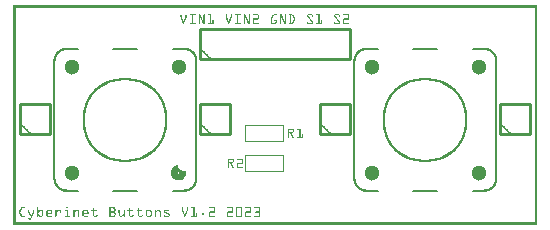
<source format=gto>
G04 MADE WITH FRITZING*
G04 WWW.FRITZING.ORG*
G04 DOUBLE SIDED*
G04 HOLES PLATED*
G04 CONTOUR ON CENTER OF CONTOUR VECTOR*
%ASAXBY*%
%FSLAX23Y23*%
%MOIN*%
%OFA0B0*%
%SFA1.0B1.0*%
%ADD10C,0.283590X0.26759*%
%ADD11C,0.051181X-0.0039371*%
%ADD12C,0.008000*%
%ADD13C,0.010000*%
%ADD14R,0.001000X0.001000*%
%LNSILK1*%
G90*
G70*
G54D10*
X1374Y350D03*
G54D11*
X1552Y527D03*
X1552Y172D03*
X1197Y172D03*
X1197Y527D03*
G54D10*
X374Y350D03*
G54D11*
X552Y527D03*
X197Y172D03*
X197Y527D03*
G54D12*
X1532Y586D02*
X1571Y586D01*
D02*
X1611Y546D02*
X1611Y153D01*
D02*
X1571Y113D02*
X1532Y113D01*
D02*
X1414Y113D02*
X1335Y113D01*
D02*
X1217Y113D02*
X1178Y113D01*
D02*
X1138Y153D02*
X1138Y546D01*
D02*
X1178Y586D02*
X1217Y586D01*
D02*
X1335Y586D02*
X1414Y586D01*
D02*
X532Y586D02*
X571Y586D01*
D02*
X611Y546D02*
X611Y153D01*
D02*
X571Y113D02*
X532Y113D01*
D02*
X414Y113D02*
X335Y113D01*
D02*
X217Y113D02*
X178Y113D01*
D02*
X138Y153D02*
X138Y546D01*
D02*
X178Y586D02*
X217Y586D01*
D02*
X335Y586D02*
X414Y586D01*
G54D13*
D02*
X623Y553D02*
X1123Y553D01*
D02*
X1123Y553D02*
X1123Y653D01*
D02*
X1123Y653D02*
X623Y653D01*
D02*
X623Y653D02*
X623Y553D01*
D02*
X623Y303D02*
X723Y303D01*
D02*
X723Y303D02*
X723Y403D01*
D02*
X723Y403D02*
X623Y403D01*
D02*
X623Y403D02*
X623Y303D01*
D02*
X23Y303D02*
X123Y303D01*
D02*
X123Y303D02*
X123Y403D01*
D02*
X123Y403D02*
X23Y403D01*
D02*
X23Y403D02*
X23Y303D01*
D02*
X1023Y303D02*
X1123Y303D01*
D02*
X1123Y303D02*
X1123Y403D01*
D02*
X1123Y403D02*
X1023Y403D01*
D02*
X1023Y403D02*
X1023Y303D01*
D02*
X1623Y303D02*
X1723Y303D01*
D02*
X1723Y303D02*
X1723Y403D01*
D02*
X1723Y403D02*
X1623Y403D01*
D02*
X1623Y403D02*
X1623Y303D01*
G54D14*
X1Y731D02*
X1746Y731D01*
X1Y730D02*
X1746Y730D01*
X1Y729D02*
X1746Y729D01*
X1Y728D02*
X1746Y728D01*
X1Y727D02*
X1746Y727D01*
X1Y726D02*
X1746Y726D01*
X1Y725D02*
X1746Y725D01*
X1Y724D02*
X1746Y724D01*
X1Y723D02*
X8Y723D01*
X1739Y723D02*
X1746Y723D01*
X1Y722D02*
X8Y722D01*
X1739Y722D02*
X1746Y722D01*
X1Y721D02*
X8Y721D01*
X1739Y721D02*
X1746Y721D01*
X1Y720D02*
X8Y720D01*
X1739Y720D02*
X1746Y720D01*
X1Y719D02*
X8Y719D01*
X1739Y719D02*
X1746Y719D01*
X1Y718D02*
X8Y718D01*
X1739Y718D02*
X1746Y718D01*
X1Y717D02*
X8Y717D01*
X1739Y717D02*
X1746Y717D01*
X1Y716D02*
X8Y716D01*
X1739Y716D02*
X1746Y716D01*
X1Y715D02*
X8Y715D01*
X1739Y715D02*
X1746Y715D01*
X1Y714D02*
X8Y714D01*
X1739Y714D02*
X1746Y714D01*
X1Y713D02*
X8Y713D01*
X1739Y713D02*
X1746Y713D01*
X1Y712D02*
X8Y712D01*
X1739Y712D02*
X1746Y712D01*
X1Y711D02*
X8Y711D01*
X1739Y711D02*
X1746Y711D01*
X1Y710D02*
X8Y710D01*
X1739Y710D02*
X1746Y710D01*
X1Y709D02*
X8Y709D01*
X1739Y709D02*
X1746Y709D01*
X1Y708D02*
X8Y708D01*
X1739Y708D02*
X1746Y708D01*
X1Y707D02*
X8Y707D01*
X1739Y707D02*
X1746Y707D01*
X1Y706D02*
X8Y706D01*
X1739Y706D02*
X1746Y706D01*
X1Y705D02*
X8Y705D01*
X1739Y705D02*
X1746Y705D01*
X1Y704D02*
X8Y704D01*
X1739Y704D02*
X1746Y704D01*
X1Y703D02*
X8Y703D01*
X1739Y703D02*
X1746Y703D01*
X1Y702D02*
X8Y702D01*
X1739Y702D02*
X1746Y702D01*
X1Y701D02*
X8Y701D01*
X559Y701D02*
X561Y701D01*
X576Y701D02*
X577Y701D01*
X589Y701D02*
X608Y701D01*
X619Y701D02*
X624Y701D01*
X636Y701D02*
X638Y701D01*
X650Y701D02*
X660Y701D01*
X710Y701D02*
X712Y701D01*
X726Y701D02*
X728Y701D01*
X740Y701D02*
X758Y701D01*
X769Y701D02*
X774Y701D01*
X787Y701D02*
X788Y701D01*
X800Y701D02*
X817Y701D01*
X869Y701D02*
X879Y701D01*
X890Y701D02*
X895Y701D01*
X907Y701D02*
X909Y701D01*
X921Y701D02*
X931Y701D01*
X983Y701D02*
X997Y701D01*
X1011Y701D02*
X1022Y701D01*
X1073Y701D02*
X1087Y701D01*
X1101Y701D02*
X1118Y701D01*
X1739Y701D02*
X1746Y701D01*
X1Y700D02*
X8Y700D01*
X559Y700D02*
X562Y700D01*
X575Y700D02*
X578Y700D01*
X589Y700D02*
X608Y700D01*
X619Y700D02*
X624Y700D01*
X635Y700D02*
X638Y700D01*
X649Y700D02*
X660Y700D01*
X709Y700D02*
X712Y700D01*
X726Y700D02*
X729Y700D01*
X739Y700D02*
X759Y700D01*
X769Y700D02*
X775Y700D01*
X786Y700D02*
X789Y700D01*
X800Y700D02*
X818Y700D01*
X868Y700D02*
X879Y700D01*
X890Y700D02*
X895Y700D01*
X906Y700D02*
X909Y700D01*
X920Y700D02*
X933Y700D01*
X981Y700D02*
X998Y700D01*
X1010Y700D02*
X1022Y700D01*
X1072Y700D02*
X1088Y700D01*
X1101Y700D02*
X1119Y700D01*
X1739Y700D02*
X1746Y700D01*
X1Y699D02*
X8Y699D01*
X558Y699D02*
X562Y699D01*
X575Y699D02*
X578Y699D01*
X589Y699D02*
X608Y699D01*
X619Y699D02*
X624Y699D01*
X635Y699D02*
X638Y699D01*
X649Y699D02*
X660Y699D01*
X709Y699D02*
X712Y699D01*
X726Y699D02*
X729Y699D01*
X739Y699D02*
X759Y699D01*
X769Y699D02*
X775Y699D01*
X786Y699D02*
X789Y699D01*
X799Y699D02*
X819Y699D01*
X867Y699D02*
X879Y699D01*
X890Y699D02*
X895Y699D01*
X906Y699D02*
X909Y699D01*
X920Y699D02*
X934Y699D01*
X981Y699D02*
X999Y699D01*
X1010Y699D02*
X1022Y699D01*
X1071Y699D02*
X1089Y699D01*
X1101Y699D02*
X1120Y699D01*
X1739Y699D02*
X1746Y699D01*
X1Y698D02*
X8Y698D01*
X558Y698D02*
X562Y698D01*
X575Y698D02*
X578Y698D01*
X589Y698D02*
X608Y698D01*
X619Y698D02*
X625Y698D01*
X635Y698D02*
X638Y698D01*
X650Y698D02*
X660Y698D01*
X709Y698D02*
X712Y698D01*
X726Y698D02*
X729Y698D01*
X740Y698D02*
X758Y698D01*
X769Y698D02*
X775Y698D01*
X786Y698D02*
X789Y698D01*
X800Y698D02*
X819Y698D01*
X866Y698D02*
X879Y698D01*
X890Y698D02*
X896Y698D01*
X906Y698D02*
X909Y698D01*
X921Y698D02*
X934Y698D01*
X980Y698D02*
X999Y698D01*
X1011Y698D02*
X1022Y698D01*
X1071Y698D02*
X1090Y698D01*
X1101Y698D02*
X1120Y698D01*
X1739Y698D02*
X1746Y698D01*
X1Y697D02*
X8Y697D01*
X558Y697D02*
X562Y697D01*
X575Y697D02*
X578Y697D01*
X597Y697D02*
X600Y697D01*
X619Y697D02*
X625Y697D01*
X635Y697D02*
X638Y697D01*
X657Y697D02*
X660Y697D01*
X709Y697D02*
X712Y697D01*
X726Y697D02*
X729Y697D01*
X747Y697D02*
X751Y697D01*
X769Y697D02*
X776Y697D01*
X786Y697D02*
X789Y697D01*
X816Y697D02*
X819Y697D01*
X865Y697D02*
X870Y697D01*
X890Y697D02*
X896Y697D01*
X906Y697D02*
X909Y697D01*
X924Y697D02*
X927Y697D01*
X931Y697D02*
X935Y697D01*
X980Y697D02*
X983Y697D01*
X996Y697D02*
X1000Y697D01*
X1018Y697D02*
X1022Y697D01*
X1070Y697D02*
X1074Y697D01*
X1086Y697D02*
X1090Y697D01*
X1117Y697D02*
X1120Y697D01*
X1739Y697D02*
X1746Y697D01*
X1Y696D02*
X8Y696D01*
X558Y696D02*
X562Y696D01*
X575Y696D02*
X578Y696D01*
X597Y696D02*
X600Y696D01*
X619Y696D02*
X626Y696D01*
X635Y696D02*
X638Y696D01*
X657Y696D02*
X660Y696D01*
X709Y696D02*
X712Y696D01*
X726Y696D02*
X729Y696D01*
X747Y696D02*
X751Y696D01*
X769Y696D02*
X776Y696D01*
X786Y696D02*
X789Y696D01*
X816Y696D02*
X819Y696D01*
X865Y696D02*
X869Y696D01*
X890Y696D02*
X897Y696D01*
X906Y696D02*
X909Y696D01*
X924Y696D02*
X927Y696D01*
X932Y696D02*
X935Y696D01*
X980Y696D02*
X984Y696D01*
X997Y696D02*
X1000Y696D01*
X1018Y696D02*
X1022Y696D01*
X1071Y696D02*
X1074Y696D01*
X1087Y696D02*
X1090Y696D01*
X1117Y696D02*
X1120Y696D01*
X1739Y696D02*
X1746Y696D01*
X1Y695D02*
X8Y695D01*
X558Y695D02*
X562Y695D01*
X575Y695D02*
X578Y695D01*
X597Y695D02*
X600Y695D01*
X619Y695D02*
X626Y695D01*
X635Y695D02*
X638Y695D01*
X657Y695D02*
X660Y695D01*
X709Y695D02*
X712Y695D01*
X726Y695D02*
X729Y695D01*
X747Y695D02*
X751Y695D01*
X769Y695D02*
X777Y695D01*
X786Y695D02*
X789Y695D01*
X816Y695D02*
X819Y695D01*
X864Y695D02*
X868Y695D01*
X890Y695D02*
X897Y695D01*
X906Y695D02*
X909Y695D01*
X924Y695D02*
X927Y695D01*
X932Y695D02*
X936Y695D01*
X980Y695D02*
X985Y695D01*
X997Y695D02*
X1000Y695D01*
X1018Y695D02*
X1022Y695D01*
X1071Y695D02*
X1075Y695D01*
X1087Y695D02*
X1090Y695D01*
X1117Y695D02*
X1120Y695D01*
X1739Y695D02*
X1746Y695D01*
X1Y694D02*
X8Y694D01*
X558Y694D02*
X562Y694D01*
X575Y694D02*
X578Y694D01*
X597Y694D02*
X600Y694D01*
X619Y694D02*
X627Y694D01*
X635Y694D02*
X638Y694D01*
X657Y694D02*
X660Y694D01*
X709Y694D02*
X712Y694D01*
X726Y694D02*
X729Y694D01*
X747Y694D02*
X751Y694D01*
X769Y694D02*
X777Y694D01*
X786Y694D02*
X789Y694D01*
X816Y694D02*
X819Y694D01*
X863Y694D02*
X867Y694D01*
X890Y694D02*
X898Y694D01*
X906Y694D02*
X909Y694D01*
X924Y694D02*
X927Y694D01*
X933Y694D02*
X936Y694D01*
X981Y694D02*
X985Y694D01*
X998Y694D02*
X998Y694D01*
X1018Y694D02*
X1022Y694D01*
X1071Y694D02*
X1076Y694D01*
X1088Y694D02*
X1089Y694D01*
X1117Y694D02*
X1120Y694D01*
X1739Y694D02*
X1746Y694D01*
X1Y693D02*
X8Y693D01*
X558Y693D02*
X562Y693D01*
X575Y693D02*
X578Y693D01*
X597Y693D02*
X600Y693D01*
X619Y693D02*
X627Y693D01*
X635Y693D02*
X638Y693D01*
X657Y693D02*
X660Y693D01*
X709Y693D02*
X712Y693D01*
X726Y693D02*
X729Y693D01*
X747Y693D02*
X751Y693D01*
X769Y693D02*
X778Y693D01*
X786Y693D02*
X789Y693D01*
X816Y693D02*
X819Y693D01*
X862Y693D02*
X867Y693D01*
X890Y693D02*
X898Y693D01*
X906Y693D02*
X909Y693D01*
X924Y693D02*
X927Y693D01*
X933Y693D02*
X937Y693D01*
X982Y693D02*
X986Y693D01*
X1018Y693D02*
X1022Y693D01*
X1072Y693D02*
X1077Y693D01*
X1117Y693D02*
X1120Y693D01*
X1739Y693D02*
X1746Y693D01*
X1Y692D02*
X8Y692D01*
X559Y692D02*
X562Y692D01*
X575Y692D02*
X578Y692D01*
X597Y692D02*
X600Y692D01*
X619Y692D02*
X622Y692D01*
X624Y692D02*
X627Y692D01*
X635Y692D02*
X638Y692D01*
X657Y692D02*
X660Y692D01*
X709Y692D02*
X713Y692D01*
X725Y692D02*
X729Y692D01*
X747Y692D02*
X751Y692D01*
X769Y692D02*
X778Y692D01*
X786Y692D02*
X789Y692D01*
X816Y692D02*
X819Y692D01*
X862Y692D02*
X866Y692D01*
X890Y692D02*
X893Y692D01*
X895Y692D02*
X898Y692D01*
X906Y692D02*
X909Y692D01*
X924Y692D02*
X927Y692D01*
X934Y692D02*
X937Y692D01*
X983Y692D02*
X987Y692D01*
X1018Y692D02*
X1022Y692D01*
X1073Y692D02*
X1077Y692D01*
X1117Y692D02*
X1120Y692D01*
X1739Y692D02*
X1746Y692D01*
X1Y691D02*
X8Y691D01*
X559Y691D02*
X562Y691D01*
X574Y691D02*
X578Y691D01*
X597Y691D02*
X600Y691D01*
X619Y691D02*
X622Y691D01*
X624Y691D02*
X628Y691D01*
X635Y691D02*
X638Y691D01*
X657Y691D02*
X660Y691D01*
X709Y691D02*
X713Y691D01*
X725Y691D02*
X728Y691D01*
X747Y691D02*
X751Y691D01*
X769Y691D02*
X773Y691D01*
X775Y691D02*
X778Y691D01*
X786Y691D02*
X789Y691D01*
X816Y691D02*
X819Y691D01*
X861Y691D02*
X865Y691D01*
X890Y691D02*
X893Y691D01*
X895Y691D02*
X899Y691D01*
X906Y691D02*
X909Y691D01*
X924Y691D02*
X927Y691D01*
X934Y691D02*
X938Y691D01*
X983Y691D02*
X988Y691D01*
X1018Y691D02*
X1022Y691D01*
X1074Y691D02*
X1078Y691D01*
X1117Y691D02*
X1120Y691D01*
X1739Y691D02*
X1746Y691D01*
X1Y690D02*
X8Y690D01*
X559Y690D02*
X563Y690D01*
X574Y690D02*
X577Y690D01*
X597Y690D02*
X600Y690D01*
X619Y690D02*
X622Y690D01*
X625Y690D02*
X628Y690D01*
X635Y690D02*
X638Y690D01*
X657Y690D02*
X660Y690D01*
X710Y690D02*
X713Y690D01*
X724Y690D02*
X728Y690D01*
X747Y690D02*
X751Y690D01*
X769Y690D02*
X773Y690D01*
X775Y690D02*
X779Y690D01*
X786Y690D02*
X789Y690D01*
X816Y690D02*
X819Y690D01*
X860Y690D02*
X864Y690D01*
X890Y690D02*
X893Y690D01*
X896Y690D02*
X899Y690D01*
X906Y690D02*
X909Y690D01*
X924Y690D02*
X927Y690D01*
X935Y690D02*
X938Y690D01*
X984Y690D02*
X988Y690D01*
X1018Y690D02*
X1022Y690D01*
X1074Y690D02*
X1079Y690D01*
X1117Y690D02*
X1120Y690D01*
X1739Y690D02*
X1746Y690D01*
X1Y689D02*
X8Y689D01*
X560Y689D02*
X563Y689D01*
X574Y689D02*
X577Y689D01*
X597Y689D02*
X600Y689D01*
X619Y689D02*
X622Y689D01*
X625Y689D02*
X629Y689D01*
X635Y689D02*
X638Y689D01*
X657Y689D02*
X660Y689D01*
X710Y689D02*
X714Y689D01*
X724Y689D02*
X728Y689D01*
X747Y689D02*
X751Y689D01*
X769Y689D02*
X773Y689D01*
X776Y689D02*
X779Y689D01*
X786Y689D02*
X789Y689D01*
X816Y689D02*
X819Y689D01*
X860Y689D02*
X864Y689D01*
X890Y689D02*
X893Y689D01*
X896Y689D02*
X900Y689D01*
X906Y689D02*
X909Y689D01*
X924Y689D02*
X927Y689D01*
X935Y689D02*
X939Y689D01*
X985Y689D02*
X989Y689D01*
X1018Y689D02*
X1022Y689D01*
X1075Y689D02*
X1080Y689D01*
X1117Y689D02*
X1120Y689D01*
X1739Y689D02*
X1746Y689D01*
X1Y688D02*
X8Y688D01*
X560Y688D02*
X564Y688D01*
X573Y688D02*
X577Y688D01*
X597Y688D02*
X600Y688D01*
X619Y688D02*
X622Y688D01*
X626Y688D02*
X629Y688D01*
X635Y688D02*
X638Y688D01*
X657Y688D02*
X660Y688D01*
X711Y688D02*
X714Y688D01*
X724Y688D02*
X727Y688D01*
X747Y688D02*
X751Y688D01*
X769Y688D02*
X773Y688D01*
X776Y688D02*
X780Y688D01*
X786Y688D02*
X789Y688D01*
X816Y688D02*
X819Y688D01*
X860Y688D02*
X863Y688D01*
X890Y688D02*
X893Y688D01*
X897Y688D02*
X900Y688D01*
X906Y688D02*
X909Y688D01*
X924Y688D02*
X927Y688D01*
X936Y688D02*
X939Y688D01*
X986Y688D02*
X990Y688D01*
X1018Y688D02*
X1022Y688D01*
X1076Y688D02*
X1080Y688D01*
X1117Y688D02*
X1120Y688D01*
X1739Y688D02*
X1746Y688D01*
X1Y687D02*
X8Y687D01*
X560Y687D02*
X564Y687D01*
X573Y687D02*
X576Y687D01*
X597Y687D02*
X600Y687D01*
X619Y687D02*
X622Y687D01*
X626Y687D02*
X630Y687D01*
X635Y687D02*
X638Y687D01*
X657Y687D02*
X660Y687D01*
X711Y687D02*
X715Y687D01*
X723Y687D02*
X727Y687D01*
X747Y687D02*
X751Y687D01*
X769Y687D02*
X773Y687D01*
X777Y687D02*
X780Y687D01*
X786Y687D02*
X789Y687D01*
X802Y687D02*
X819Y687D01*
X860Y687D02*
X863Y687D01*
X890Y687D02*
X893Y687D01*
X897Y687D02*
X901Y687D01*
X906Y687D02*
X909Y687D01*
X924Y687D02*
X927Y687D01*
X936Y687D02*
X939Y687D01*
X986Y687D02*
X991Y687D01*
X1018Y687D02*
X1022Y687D01*
X1077Y687D02*
X1081Y687D01*
X1103Y687D02*
X1120Y687D01*
X1739Y687D02*
X1746Y687D01*
X1Y686D02*
X8Y686D01*
X561Y686D02*
X564Y686D01*
X572Y686D02*
X576Y686D01*
X597Y686D02*
X600Y686D01*
X619Y686D02*
X622Y686D01*
X626Y686D02*
X630Y686D01*
X635Y686D02*
X638Y686D01*
X657Y686D02*
X660Y686D01*
X711Y686D02*
X715Y686D01*
X723Y686D02*
X726Y686D01*
X747Y686D02*
X751Y686D01*
X769Y686D02*
X773Y686D01*
X777Y686D02*
X781Y686D01*
X786Y686D02*
X789Y686D01*
X801Y686D02*
X819Y686D01*
X860Y686D02*
X863Y686D01*
X890Y686D02*
X893Y686D01*
X897Y686D02*
X901Y686D01*
X906Y686D02*
X909Y686D01*
X924Y686D02*
X927Y686D01*
X936Y686D02*
X940Y686D01*
X987Y686D02*
X992Y686D01*
X1018Y686D02*
X1022Y686D01*
X1078Y686D02*
X1082Y686D01*
X1102Y686D02*
X1120Y686D01*
X1739Y686D02*
X1746Y686D01*
X1Y685D02*
X8Y685D01*
X561Y685D02*
X565Y685D01*
X572Y685D02*
X575Y685D01*
X597Y685D02*
X600Y685D01*
X619Y685D02*
X622Y685D01*
X627Y685D02*
X631Y685D01*
X635Y685D02*
X638Y685D01*
X657Y685D02*
X660Y685D01*
X712Y685D02*
X715Y685D01*
X723Y685D02*
X726Y685D01*
X747Y685D02*
X751Y685D01*
X769Y685D02*
X773Y685D01*
X777Y685D02*
X781Y685D01*
X786Y685D02*
X789Y685D01*
X800Y685D02*
X818Y685D01*
X860Y685D02*
X863Y685D01*
X890Y685D02*
X893Y685D01*
X898Y685D02*
X902Y685D01*
X906Y685D02*
X909Y685D01*
X924Y685D02*
X927Y685D01*
X936Y685D02*
X940Y685D01*
X988Y685D02*
X992Y685D01*
X1018Y685D02*
X1022Y685D01*
X1078Y685D02*
X1083Y685D01*
X1101Y685D02*
X1119Y685D01*
X1739Y685D02*
X1746Y685D01*
X1Y684D02*
X8Y684D01*
X562Y684D02*
X565Y684D01*
X572Y684D02*
X575Y684D01*
X597Y684D02*
X600Y684D01*
X619Y684D02*
X622Y684D01*
X627Y684D02*
X631Y684D01*
X635Y684D02*
X638Y684D01*
X657Y684D02*
X660Y684D01*
X712Y684D02*
X716Y684D01*
X722Y684D02*
X726Y684D01*
X747Y684D02*
X751Y684D01*
X769Y684D02*
X773Y684D01*
X778Y684D02*
X782Y684D01*
X786Y684D02*
X789Y684D01*
X800Y684D02*
X817Y684D01*
X860Y684D02*
X863Y684D01*
X890Y684D02*
X893Y684D01*
X898Y684D02*
X902Y684D01*
X906Y684D02*
X909Y684D01*
X924Y684D02*
X927Y684D01*
X936Y684D02*
X939Y684D01*
X989Y684D02*
X993Y684D01*
X1018Y684D02*
X1022Y684D01*
X1079Y684D02*
X1084Y684D01*
X1101Y684D02*
X1118Y684D01*
X1739Y684D02*
X1746Y684D01*
X1Y683D02*
X8Y683D01*
X562Y683D02*
X566Y683D01*
X571Y683D02*
X575Y683D01*
X597Y683D02*
X600Y683D01*
X619Y683D02*
X622Y683D01*
X628Y683D02*
X631Y683D01*
X635Y683D02*
X638Y683D01*
X657Y683D02*
X660Y683D01*
X666Y683D02*
X668Y683D01*
X713Y683D02*
X716Y683D01*
X722Y683D02*
X725Y683D01*
X747Y683D02*
X751Y683D01*
X769Y683D02*
X773Y683D01*
X778Y683D02*
X782Y683D01*
X786Y683D02*
X789Y683D01*
X799Y683D02*
X803Y683D01*
X860Y683D02*
X863Y683D01*
X870Y683D02*
X879Y683D01*
X890Y683D02*
X893Y683D01*
X899Y683D02*
X902Y683D01*
X906Y683D02*
X909Y683D01*
X924Y683D02*
X927Y683D01*
X936Y683D02*
X939Y683D01*
X990Y683D02*
X994Y683D01*
X1018Y683D02*
X1022Y683D01*
X1027Y683D02*
X1030Y683D01*
X1080Y683D02*
X1084Y683D01*
X1101Y683D02*
X1104Y683D01*
X1739Y683D02*
X1746Y683D01*
X1Y682D02*
X8Y682D01*
X562Y682D02*
X566Y682D01*
X571Y682D02*
X574Y682D01*
X597Y682D02*
X600Y682D01*
X619Y682D02*
X622Y682D01*
X628Y682D02*
X632Y682D01*
X635Y682D02*
X638Y682D01*
X657Y682D02*
X660Y682D01*
X665Y682D02*
X669Y682D01*
X713Y682D02*
X716Y682D01*
X721Y682D02*
X725Y682D01*
X747Y682D02*
X751Y682D01*
X769Y682D02*
X773Y682D01*
X779Y682D02*
X782Y682D01*
X786Y682D02*
X789Y682D01*
X799Y682D02*
X803Y682D01*
X860Y682D02*
X863Y682D01*
X870Y682D02*
X879Y682D01*
X890Y682D02*
X893Y682D01*
X899Y682D02*
X903Y682D01*
X906Y682D02*
X909Y682D01*
X924Y682D02*
X927Y682D01*
X935Y682D02*
X939Y682D01*
X990Y682D02*
X995Y682D01*
X1018Y682D02*
X1022Y682D01*
X1027Y682D02*
X1030Y682D01*
X1081Y682D02*
X1085Y682D01*
X1101Y682D02*
X1104Y682D01*
X1739Y682D02*
X1746Y682D01*
X1Y681D02*
X8Y681D01*
X563Y681D02*
X566Y681D01*
X570Y681D02*
X574Y681D01*
X597Y681D02*
X600Y681D01*
X619Y681D02*
X622Y681D01*
X629Y681D02*
X632Y681D01*
X635Y681D02*
X638Y681D01*
X657Y681D02*
X660Y681D01*
X665Y681D02*
X669Y681D01*
X713Y681D02*
X717Y681D01*
X721Y681D02*
X725Y681D01*
X747Y681D02*
X751Y681D01*
X769Y681D02*
X773Y681D01*
X779Y681D02*
X783Y681D01*
X786Y681D02*
X789Y681D01*
X799Y681D02*
X803Y681D01*
X860Y681D02*
X863Y681D01*
X870Y681D02*
X879Y681D01*
X890Y681D02*
X893Y681D01*
X900Y681D02*
X903Y681D01*
X906Y681D02*
X909Y681D01*
X924Y681D02*
X927Y681D01*
X935Y681D02*
X939Y681D01*
X991Y681D02*
X996Y681D01*
X1018Y681D02*
X1022Y681D01*
X1027Y681D02*
X1030Y681D01*
X1081Y681D02*
X1086Y681D01*
X1101Y681D02*
X1104Y681D01*
X1739Y681D02*
X1746Y681D01*
X1Y680D02*
X8Y680D01*
X563Y680D02*
X567Y680D01*
X570Y680D02*
X574Y680D01*
X597Y680D02*
X600Y680D01*
X619Y680D02*
X622Y680D01*
X629Y680D02*
X633Y680D01*
X635Y680D02*
X638Y680D01*
X657Y680D02*
X660Y680D01*
X665Y680D02*
X669Y680D01*
X714Y680D02*
X717Y680D01*
X721Y680D02*
X724Y680D01*
X747Y680D02*
X751Y680D01*
X769Y680D02*
X773Y680D01*
X780Y680D02*
X783Y680D01*
X786Y680D02*
X789Y680D01*
X799Y680D02*
X803Y680D01*
X860Y680D02*
X863Y680D01*
X871Y680D02*
X879Y680D01*
X890Y680D02*
X893Y680D01*
X900Y680D02*
X904Y680D01*
X906Y680D02*
X909Y680D01*
X924Y680D02*
X927Y680D01*
X934Y680D02*
X938Y680D01*
X992Y680D02*
X996Y680D01*
X1018Y680D02*
X1022Y680D01*
X1027Y680D02*
X1030Y680D01*
X1082Y680D02*
X1087Y680D01*
X1101Y680D02*
X1104Y680D01*
X1739Y680D02*
X1746Y680D01*
X1Y679D02*
X8Y679D01*
X564Y679D02*
X567Y679D01*
X570Y679D02*
X573Y679D01*
X597Y679D02*
X600Y679D01*
X619Y679D02*
X622Y679D01*
X630Y679D02*
X633Y679D01*
X635Y679D02*
X638Y679D01*
X657Y679D02*
X660Y679D01*
X665Y679D02*
X669Y679D01*
X714Y679D02*
X718Y679D01*
X720Y679D02*
X724Y679D01*
X747Y679D02*
X751Y679D01*
X769Y679D02*
X773Y679D01*
X780Y679D02*
X784Y679D01*
X786Y679D02*
X789Y679D01*
X799Y679D02*
X803Y679D01*
X860Y679D02*
X863Y679D01*
X876Y679D02*
X879Y679D01*
X890Y679D02*
X893Y679D01*
X901Y679D02*
X904Y679D01*
X906Y679D02*
X909Y679D01*
X924Y679D02*
X927Y679D01*
X934Y679D02*
X938Y679D01*
X993Y679D02*
X997Y679D01*
X1018Y679D02*
X1022Y679D01*
X1027Y679D02*
X1030Y679D01*
X1083Y679D02*
X1087Y679D01*
X1101Y679D02*
X1104Y679D01*
X1739Y679D02*
X1746Y679D01*
X1Y678D02*
X8Y678D01*
X564Y678D02*
X567Y678D01*
X569Y678D02*
X573Y678D01*
X597Y678D02*
X600Y678D01*
X619Y678D02*
X622Y678D01*
X630Y678D02*
X638Y678D01*
X657Y678D02*
X660Y678D01*
X665Y678D02*
X669Y678D01*
X714Y678D02*
X718Y678D01*
X720Y678D02*
X723Y678D01*
X747Y678D02*
X751Y678D01*
X769Y678D02*
X773Y678D01*
X781Y678D02*
X784Y678D01*
X786Y678D02*
X789Y678D01*
X799Y678D02*
X803Y678D01*
X860Y678D02*
X863Y678D01*
X876Y678D02*
X879Y678D01*
X890Y678D02*
X893Y678D01*
X901Y678D02*
X909Y678D01*
X924Y678D02*
X927Y678D01*
X933Y678D02*
X937Y678D01*
X993Y678D02*
X998Y678D01*
X1018Y678D02*
X1022Y678D01*
X1027Y678D02*
X1030Y678D01*
X1084Y678D02*
X1088Y678D01*
X1101Y678D02*
X1104Y678D01*
X1739Y678D02*
X1746Y678D01*
X1Y677D02*
X8Y677D01*
X564Y677D02*
X572Y677D01*
X597Y677D02*
X600Y677D01*
X619Y677D02*
X622Y677D01*
X630Y677D02*
X638Y677D01*
X657Y677D02*
X660Y677D01*
X665Y677D02*
X669Y677D01*
X715Y677D02*
X723Y677D01*
X747Y677D02*
X751Y677D01*
X769Y677D02*
X773Y677D01*
X781Y677D02*
X789Y677D01*
X799Y677D02*
X803Y677D01*
X860Y677D02*
X863Y677D01*
X876Y677D02*
X879Y677D01*
X890Y677D02*
X893Y677D01*
X901Y677D02*
X909Y677D01*
X924Y677D02*
X927Y677D01*
X933Y677D02*
X937Y677D01*
X994Y677D02*
X999Y677D01*
X1018Y677D02*
X1022Y677D01*
X1027Y677D02*
X1030Y677D01*
X1085Y677D02*
X1089Y677D01*
X1101Y677D02*
X1104Y677D01*
X1739Y677D02*
X1746Y677D01*
X1Y676D02*
X8Y676D01*
X565Y676D02*
X572Y676D01*
X597Y676D02*
X600Y676D01*
X619Y676D02*
X622Y676D01*
X631Y676D02*
X638Y676D01*
X657Y676D02*
X660Y676D01*
X665Y676D02*
X669Y676D01*
X715Y676D02*
X723Y676D01*
X747Y676D02*
X751Y676D01*
X769Y676D02*
X773Y676D01*
X781Y676D02*
X789Y676D01*
X799Y676D02*
X803Y676D01*
X860Y676D02*
X863Y676D01*
X876Y676D02*
X879Y676D01*
X890Y676D02*
X893Y676D01*
X902Y676D02*
X909Y676D01*
X924Y676D02*
X927Y676D01*
X932Y676D02*
X936Y676D01*
X981Y676D02*
X983Y676D01*
X995Y676D02*
X999Y676D01*
X1018Y676D02*
X1022Y676D01*
X1027Y676D02*
X1030Y676D01*
X1071Y676D02*
X1073Y676D01*
X1085Y676D02*
X1090Y676D01*
X1101Y676D02*
X1104Y676D01*
X1739Y676D02*
X1746Y676D01*
X1Y675D02*
X8Y675D01*
X565Y675D02*
X572Y675D01*
X597Y675D02*
X600Y675D01*
X619Y675D02*
X622Y675D01*
X631Y675D02*
X638Y675D01*
X657Y675D02*
X660Y675D01*
X665Y675D02*
X669Y675D01*
X716Y675D02*
X722Y675D01*
X747Y675D02*
X751Y675D01*
X769Y675D02*
X773Y675D01*
X782Y675D02*
X789Y675D01*
X799Y675D02*
X803Y675D01*
X860Y675D02*
X863Y675D01*
X876Y675D02*
X879Y675D01*
X890Y675D02*
X893Y675D01*
X902Y675D02*
X909Y675D01*
X924Y675D02*
X927Y675D01*
X932Y675D02*
X936Y675D01*
X980Y675D02*
X983Y675D01*
X996Y675D02*
X1000Y675D01*
X1018Y675D02*
X1022Y675D01*
X1027Y675D02*
X1030Y675D01*
X1070Y675D02*
X1074Y675D01*
X1086Y675D02*
X1090Y675D01*
X1101Y675D02*
X1104Y675D01*
X1739Y675D02*
X1746Y675D01*
X1Y674D02*
X8Y674D01*
X565Y674D02*
X571Y674D01*
X597Y674D02*
X600Y674D01*
X619Y674D02*
X622Y674D01*
X632Y674D02*
X638Y674D01*
X657Y674D02*
X660Y674D01*
X665Y674D02*
X669Y674D01*
X716Y674D02*
X722Y674D01*
X747Y674D02*
X751Y674D01*
X769Y674D02*
X773Y674D01*
X782Y674D02*
X789Y674D01*
X799Y674D02*
X803Y674D01*
X860Y674D02*
X863Y674D01*
X875Y674D02*
X879Y674D01*
X890Y674D02*
X893Y674D01*
X903Y674D02*
X909Y674D01*
X924Y674D02*
X927Y674D01*
X931Y674D02*
X935Y674D01*
X980Y674D02*
X984Y674D01*
X996Y674D02*
X1000Y674D01*
X1018Y674D02*
X1022Y674D01*
X1027Y674D02*
X1030Y674D01*
X1071Y674D02*
X1074Y674D01*
X1087Y674D02*
X1090Y674D01*
X1101Y674D02*
X1104Y674D01*
X1739Y674D02*
X1746Y674D01*
X1Y673D02*
X8Y673D01*
X566Y673D02*
X571Y673D01*
X590Y673D02*
X607Y673D01*
X619Y673D02*
X622Y673D01*
X632Y673D02*
X638Y673D01*
X650Y673D02*
X669Y673D01*
X716Y673D02*
X721Y673D01*
X740Y673D02*
X758Y673D01*
X769Y673D02*
X773Y673D01*
X783Y673D02*
X789Y673D01*
X799Y673D02*
X818Y673D01*
X860Y673D02*
X879Y673D01*
X890Y673D02*
X893Y673D01*
X903Y673D02*
X909Y673D01*
X921Y673D02*
X935Y673D01*
X980Y673D02*
X1000Y673D01*
X1011Y673D02*
X1030Y673D01*
X1071Y673D02*
X1090Y673D01*
X1101Y673D02*
X1119Y673D01*
X1739Y673D02*
X1746Y673D01*
X1Y672D02*
X8Y672D01*
X566Y672D02*
X570Y672D01*
X589Y672D02*
X608Y672D01*
X619Y672D02*
X622Y672D01*
X633Y672D02*
X638Y672D01*
X649Y672D02*
X669Y672D01*
X717Y672D02*
X721Y672D01*
X739Y672D02*
X759Y672D01*
X769Y672D02*
X773Y672D01*
X783Y672D02*
X789Y672D01*
X799Y672D02*
X819Y672D01*
X861Y672D02*
X878Y672D01*
X890Y672D02*
X893Y672D01*
X904Y672D02*
X909Y672D01*
X920Y672D02*
X934Y672D01*
X981Y672D02*
X999Y672D01*
X1010Y672D02*
X1030Y672D01*
X1071Y672D02*
X1090Y672D01*
X1101Y672D02*
X1120Y672D01*
X1739Y672D02*
X1746Y672D01*
X1Y671D02*
X8Y671D01*
X567Y671D02*
X570Y671D01*
X589Y671D02*
X608Y671D01*
X619Y671D02*
X622Y671D01*
X633Y671D02*
X638Y671D01*
X649Y671D02*
X669Y671D01*
X717Y671D02*
X721Y671D01*
X739Y671D02*
X759Y671D01*
X769Y671D02*
X772Y671D01*
X784Y671D02*
X789Y671D01*
X799Y671D02*
X819Y671D01*
X862Y671D02*
X877Y671D01*
X890Y671D02*
X893Y671D01*
X904Y671D02*
X909Y671D01*
X920Y671D02*
X933Y671D01*
X982Y671D02*
X999Y671D01*
X1010Y671D02*
X1030Y671D01*
X1072Y671D02*
X1089Y671D01*
X1101Y671D02*
X1120Y671D01*
X1739Y671D02*
X1746Y671D01*
X1Y670D02*
X8Y670D01*
X567Y670D02*
X569Y670D01*
X589Y670D02*
X608Y670D01*
X619Y670D02*
X621Y670D01*
X633Y670D02*
X638Y670D01*
X649Y670D02*
X668Y670D01*
X718Y670D02*
X720Y670D01*
X740Y670D02*
X758Y670D01*
X770Y670D02*
X772Y670D01*
X784Y670D02*
X789Y670D01*
X799Y670D02*
X819Y670D01*
X863Y670D02*
X876Y670D01*
X890Y670D02*
X892Y670D01*
X905Y670D02*
X909Y670D01*
X920Y670D02*
X932Y670D01*
X983Y670D02*
X998Y670D01*
X1011Y670D02*
X1029Y670D01*
X1073Y670D02*
X1088Y670D01*
X1101Y670D02*
X1120Y670D01*
X1739Y670D02*
X1746Y670D01*
X1Y669D02*
X8Y669D01*
X1739Y669D02*
X1746Y669D01*
X1Y668D02*
X8Y668D01*
X1739Y668D02*
X1746Y668D01*
X1Y667D02*
X8Y667D01*
X1739Y667D02*
X1746Y667D01*
X1Y666D02*
X8Y666D01*
X1739Y666D02*
X1746Y666D01*
X1Y665D02*
X8Y665D01*
X1739Y665D02*
X1746Y665D01*
X1Y664D02*
X8Y664D01*
X1739Y664D02*
X1746Y664D01*
X1Y663D02*
X8Y663D01*
X1739Y663D02*
X1746Y663D01*
X1Y662D02*
X8Y662D01*
X1739Y662D02*
X1746Y662D01*
X1Y661D02*
X8Y661D01*
X1739Y661D02*
X1746Y661D01*
X1Y660D02*
X8Y660D01*
X1739Y660D02*
X1746Y660D01*
X1Y659D02*
X8Y659D01*
X1739Y659D02*
X1746Y659D01*
X1Y658D02*
X8Y658D01*
X1739Y658D02*
X1746Y658D01*
X1Y657D02*
X8Y657D01*
X1739Y657D02*
X1746Y657D01*
X1Y656D02*
X8Y656D01*
X1739Y656D02*
X1746Y656D01*
X1Y655D02*
X8Y655D01*
X1739Y655D02*
X1746Y655D01*
X1Y654D02*
X8Y654D01*
X1739Y654D02*
X1746Y654D01*
X1Y653D02*
X8Y653D01*
X1739Y653D02*
X1746Y653D01*
X1Y652D02*
X8Y652D01*
X1739Y652D02*
X1746Y652D01*
X1Y651D02*
X8Y651D01*
X1739Y651D02*
X1746Y651D01*
X1Y650D02*
X8Y650D01*
X1739Y650D02*
X1746Y650D01*
X1Y649D02*
X8Y649D01*
X1739Y649D02*
X1746Y649D01*
X1Y648D02*
X8Y648D01*
X1739Y648D02*
X1746Y648D01*
X1Y647D02*
X8Y647D01*
X1739Y647D02*
X1746Y647D01*
X1Y646D02*
X8Y646D01*
X1739Y646D02*
X1746Y646D01*
X1Y645D02*
X8Y645D01*
X1739Y645D02*
X1746Y645D01*
X1Y644D02*
X8Y644D01*
X1739Y644D02*
X1746Y644D01*
X1Y643D02*
X8Y643D01*
X1739Y643D02*
X1746Y643D01*
X1Y642D02*
X8Y642D01*
X1739Y642D02*
X1746Y642D01*
X1Y641D02*
X8Y641D01*
X1739Y641D02*
X1746Y641D01*
X1Y640D02*
X8Y640D01*
X1739Y640D02*
X1746Y640D01*
X1Y639D02*
X8Y639D01*
X1739Y639D02*
X1746Y639D01*
X1Y638D02*
X8Y638D01*
X1739Y638D02*
X1746Y638D01*
X1Y637D02*
X8Y637D01*
X1739Y637D02*
X1746Y637D01*
X1Y636D02*
X8Y636D01*
X1739Y636D02*
X1746Y636D01*
X1Y635D02*
X8Y635D01*
X1739Y635D02*
X1746Y635D01*
X1Y634D02*
X8Y634D01*
X1739Y634D02*
X1746Y634D01*
X1Y633D02*
X8Y633D01*
X1739Y633D02*
X1746Y633D01*
X1Y632D02*
X8Y632D01*
X1739Y632D02*
X1746Y632D01*
X1Y631D02*
X8Y631D01*
X1739Y631D02*
X1746Y631D01*
X1Y630D02*
X8Y630D01*
X1739Y630D02*
X1746Y630D01*
X1Y629D02*
X8Y629D01*
X1739Y629D02*
X1746Y629D01*
X1Y628D02*
X8Y628D01*
X1739Y628D02*
X1746Y628D01*
X1Y627D02*
X8Y627D01*
X1739Y627D02*
X1746Y627D01*
X1Y626D02*
X8Y626D01*
X1739Y626D02*
X1746Y626D01*
X1Y625D02*
X8Y625D01*
X1739Y625D02*
X1746Y625D01*
X1Y624D02*
X8Y624D01*
X1739Y624D02*
X1746Y624D01*
X1Y623D02*
X8Y623D01*
X1739Y623D02*
X1746Y623D01*
X1Y622D02*
X8Y622D01*
X1739Y622D02*
X1746Y622D01*
X1Y621D02*
X8Y621D01*
X1739Y621D02*
X1746Y621D01*
X1Y620D02*
X8Y620D01*
X1739Y620D02*
X1746Y620D01*
X1Y619D02*
X8Y619D01*
X1739Y619D02*
X1746Y619D01*
X1Y618D02*
X8Y618D01*
X1739Y618D02*
X1746Y618D01*
X1Y617D02*
X8Y617D01*
X1739Y617D02*
X1746Y617D01*
X1Y616D02*
X8Y616D01*
X1739Y616D02*
X1746Y616D01*
X1Y615D02*
X8Y615D01*
X1739Y615D02*
X1746Y615D01*
X1Y614D02*
X8Y614D01*
X1739Y614D02*
X1746Y614D01*
X1Y613D02*
X8Y613D01*
X1739Y613D02*
X1746Y613D01*
X1Y612D02*
X8Y612D01*
X1739Y612D02*
X1746Y612D01*
X1Y611D02*
X8Y611D01*
X1739Y611D02*
X1746Y611D01*
X1Y610D02*
X8Y610D01*
X1739Y610D02*
X1746Y610D01*
X1Y609D02*
X8Y609D01*
X1739Y609D02*
X1746Y609D01*
X1Y608D02*
X8Y608D01*
X1739Y608D02*
X1746Y608D01*
X1Y607D02*
X8Y607D01*
X1739Y607D02*
X1746Y607D01*
X1Y606D02*
X8Y606D01*
X1739Y606D02*
X1746Y606D01*
X1Y605D02*
X8Y605D01*
X1739Y605D02*
X1746Y605D01*
X1Y604D02*
X8Y604D01*
X1739Y604D02*
X1746Y604D01*
X1Y603D02*
X8Y603D01*
X1739Y603D02*
X1746Y603D01*
X1Y602D02*
X8Y602D01*
X1739Y602D02*
X1746Y602D01*
X1Y601D02*
X8Y601D01*
X1739Y601D02*
X1746Y601D01*
X1Y600D02*
X8Y600D01*
X1739Y600D02*
X1746Y600D01*
X1Y599D02*
X8Y599D01*
X1739Y599D02*
X1746Y599D01*
X1Y598D02*
X8Y598D01*
X1739Y598D02*
X1746Y598D01*
X1Y597D02*
X8Y597D01*
X1739Y597D02*
X1746Y597D01*
X1Y596D02*
X8Y596D01*
X1739Y596D02*
X1746Y596D01*
X1Y595D02*
X8Y595D01*
X1739Y595D02*
X1746Y595D01*
X1Y594D02*
X8Y594D01*
X1739Y594D02*
X1746Y594D01*
X1Y593D02*
X8Y593D01*
X1739Y593D02*
X1746Y593D01*
X1Y592D02*
X8Y592D01*
X1739Y592D02*
X1746Y592D01*
X1Y591D02*
X8Y591D01*
X1739Y591D02*
X1746Y591D01*
X1Y590D02*
X8Y590D01*
X1739Y590D02*
X1746Y590D01*
X1Y589D02*
X8Y589D01*
X171Y589D02*
X178Y589D01*
X572Y589D02*
X579Y589D01*
X624Y589D02*
X626Y589D01*
X1171Y589D02*
X1177Y589D01*
X1572Y589D02*
X1578Y589D01*
X1739Y589D02*
X1746Y589D01*
X1Y588D02*
X8Y588D01*
X167Y588D02*
X178Y588D01*
X572Y588D02*
X583Y588D01*
X623Y588D02*
X627Y588D01*
X1166Y588D02*
X1177Y588D01*
X1572Y588D02*
X1583Y588D01*
X1739Y588D02*
X1746Y588D01*
X1Y587D02*
X8Y587D01*
X164Y587D02*
X178Y587D01*
X572Y587D02*
X586Y587D01*
X622Y587D02*
X628Y587D01*
X1163Y587D02*
X1177Y587D01*
X1572Y587D02*
X1586Y587D01*
X1739Y587D02*
X1746Y587D01*
X1Y586D02*
X8Y586D01*
X161Y586D02*
X178Y586D01*
X572Y586D02*
X589Y586D01*
X623Y586D02*
X629Y586D01*
X1161Y586D02*
X1177Y586D01*
X1572Y586D02*
X1588Y586D01*
X1739Y586D02*
X1746Y586D01*
X1Y585D02*
X8Y585D01*
X159Y585D02*
X178Y585D01*
X572Y585D02*
X591Y585D01*
X624Y585D02*
X630Y585D01*
X1159Y585D02*
X1177Y585D01*
X1572Y585D02*
X1590Y585D01*
X1739Y585D02*
X1746Y585D01*
X1Y584D02*
X8Y584D01*
X157Y584D02*
X178Y584D01*
X572Y584D02*
X593Y584D01*
X625Y584D02*
X631Y584D01*
X1157Y584D02*
X1177Y584D01*
X1572Y584D02*
X1592Y584D01*
X1739Y584D02*
X1746Y584D01*
X1Y583D02*
X8Y583D01*
X156Y583D02*
X178Y583D01*
X572Y583D02*
X594Y583D01*
X626Y583D02*
X632Y583D01*
X1155Y583D02*
X1177Y583D01*
X1572Y583D02*
X1594Y583D01*
X1739Y583D02*
X1746Y583D01*
X1Y582D02*
X8Y582D01*
X154Y582D02*
X177Y582D01*
X572Y582D02*
X596Y582D01*
X627Y582D02*
X633Y582D01*
X1154Y582D02*
X1177Y582D01*
X1572Y582D02*
X1595Y582D01*
X1739Y582D02*
X1746Y582D01*
X1Y581D02*
X8Y581D01*
X153Y581D02*
X170Y581D01*
X579Y581D02*
X597Y581D01*
X628Y581D02*
X634Y581D01*
X1152Y581D02*
X1170Y581D01*
X1579Y581D02*
X1597Y581D01*
X1739Y581D02*
X1746Y581D01*
X1Y580D02*
X8Y580D01*
X151Y580D02*
X166Y580D01*
X583Y580D02*
X598Y580D01*
X629Y580D02*
X635Y580D01*
X1151Y580D02*
X1166Y580D01*
X1583Y580D02*
X1598Y580D01*
X1739Y580D02*
X1746Y580D01*
X1Y579D02*
X8Y579D01*
X150Y579D02*
X164Y579D01*
X586Y579D02*
X600Y579D01*
X630Y579D02*
X636Y579D01*
X1150Y579D02*
X1163Y579D01*
X1586Y579D02*
X1599Y579D01*
X1739Y579D02*
X1746Y579D01*
X1Y578D02*
X8Y578D01*
X149Y578D02*
X162Y578D01*
X588Y578D02*
X601Y578D01*
X631Y578D02*
X637Y578D01*
X1149Y578D02*
X1161Y578D01*
X1588Y578D02*
X1600Y578D01*
X1739Y578D02*
X1746Y578D01*
X1Y577D02*
X8Y577D01*
X148Y577D02*
X160Y577D01*
X590Y577D02*
X602Y577D01*
X632Y577D02*
X638Y577D01*
X1148Y577D02*
X1160Y577D01*
X1590Y577D02*
X1601Y577D01*
X1739Y577D02*
X1746Y577D01*
X1Y576D02*
X8Y576D01*
X147Y576D02*
X158Y576D01*
X591Y576D02*
X603Y576D01*
X633Y576D02*
X638Y576D01*
X1147Y576D02*
X1158Y576D01*
X1591Y576D02*
X1602Y576D01*
X1739Y576D02*
X1746Y576D01*
X1Y575D02*
X8Y575D01*
X146Y575D02*
X157Y575D01*
X593Y575D02*
X604Y575D01*
X634Y575D02*
X639Y575D01*
X1146Y575D02*
X1157Y575D01*
X1593Y575D02*
X1603Y575D01*
X1739Y575D02*
X1746Y575D01*
X1Y574D02*
X8Y574D01*
X145Y574D02*
X155Y574D01*
X594Y574D02*
X605Y574D01*
X635Y574D02*
X640Y574D01*
X1145Y574D02*
X1155Y574D01*
X1594Y574D02*
X1604Y574D01*
X1739Y574D02*
X1746Y574D01*
X1Y573D02*
X8Y573D01*
X144Y573D02*
X154Y573D01*
X595Y573D02*
X605Y573D01*
X636Y573D02*
X641Y573D01*
X1144Y573D02*
X1154Y573D01*
X1595Y573D02*
X1605Y573D01*
X1739Y573D02*
X1746Y573D01*
X1Y572D02*
X8Y572D01*
X144Y572D02*
X153Y572D01*
X596Y572D02*
X606Y572D01*
X637Y572D02*
X642Y572D01*
X1143Y572D02*
X1153Y572D01*
X1596Y572D02*
X1606Y572D01*
X1739Y572D02*
X1746Y572D01*
X1Y571D02*
X8Y571D01*
X143Y571D02*
X152Y571D01*
X597Y571D02*
X607Y571D01*
X638Y571D02*
X643Y571D01*
X1143Y571D02*
X1152Y571D01*
X1597Y571D02*
X1606Y571D01*
X1739Y571D02*
X1746Y571D01*
X1Y570D02*
X8Y570D01*
X142Y570D02*
X151Y570D01*
X598Y570D02*
X607Y570D01*
X639Y570D02*
X644Y570D01*
X1142Y570D02*
X1151Y570D01*
X1598Y570D02*
X1607Y570D01*
X1739Y570D02*
X1746Y570D01*
X1Y569D02*
X8Y569D01*
X142Y569D02*
X150Y569D01*
X599Y569D02*
X608Y569D01*
X640Y569D02*
X645Y569D01*
X1141Y569D02*
X1150Y569D01*
X1599Y569D02*
X1608Y569D01*
X1739Y569D02*
X1746Y569D01*
X1Y568D02*
X8Y568D01*
X141Y568D02*
X150Y568D01*
X600Y568D02*
X609Y568D01*
X641Y568D02*
X647Y568D01*
X1141Y568D02*
X1149Y568D01*
X1600Y568D02*
X1608Y568D01*
X1739Y568D02*
X1746Y568D01*
X1Y567D02*
X8Y567D01*
X140Y567D02*
X149Y567D01*
X601Y567D02*
X609Y567D01*
X642Y567D02*
X648Y567D01*
X1140Y567D02*
X1149Y567D01*
X1601Y567D02*
X1609Y567D01*
X1739Y567D02*
X1746Y567D01*
X1Y566D02*
X8Y566D01*
X140Y566D02*
X148Y566D01*
X602Y566D02*
X610Y566D01*
X643Y566D02*
X649Y566D01*
X1140Y566D02*
X1148Y566D01*
X1601Y566D02*
X1609Y566D01*
X1739Y566D02*
X1746Y566D01*
X1Y565D02*
X8Y565D01*
X140Y565D02*
X147Y565D01*
X602Y565D02*
X610Y565D01*
X644Y565D02*
X650Y565D01*
X1139Y565D02*
X1147Y565D01*
X1602Y565D02*
X1610Y565D01*
X1739Y565D02*
X1746Y565D01*
X1Y564D02*
X8Y564D01*
X139Y564D02*
X147Y564D01*
X603Y564D02*
X611Y564D01*
X645Y564D02*
X651Y564D01*
X1139Y564D02*
X1147Y564D01*
X1603Y564D02*
X1610Y564D01*
X1739Y564D02*
X1746Y564D01*
X1Y563D02*
X8Y563D01*
X139Y563D02*
X146Y563D01*
X603Y563D02*
X611Y563D01*
X646Y563D02*
X652Y563D01*
X1138Y563D02*
X1146Y563D01*
X1603Y563D02*
X1611Y563D01*
X1739Y563D02*
X1746Y563D01*
X1Y562D02*
X8Y562D01*
X138Y562D02*
X146Y562D01*
X604Y562D02*
X611Y562D01*
X647Y562D02*
X653Y562D01*
X1138Y562D02*
X1145Y562D01*
X1604Y562D02*
X1611Y562D01*
X1739Y562D02*
X1746Y562D01*
X1Y561D02*
X8Y561D01*
X138Y561D02*
X145Y561D01*
X604Y561D02*
X612Y561D01*
X648Y561D02*
X654Y561D01*
X1138Y561D02*
X1145Y561D01*
X1604Y561D02*
X1612Y561D01*
X1739Y561D02*
X1746Y561D01*
X1Y560D02*
X8Y560D01*
X137Y560D02*
X145Y560D01*
X605Y560D02*
X612Y560D01*
X649Y560D02*
X655Y560D01*
X1137Y560D02*
X1145Y560D01*
X1605Y560D02*
X1612Y560D01*
X1739Y560D02*
X1746Y560D01*
X1Y559D02*
X8Y559D01*
X137Y559D02*
X144Y559D01*
X605Y559D02*
X613Y559D01*
X650Y559D02*
X656Y559D01*
X1137Y559D02*
X1144Y559D01*
X1605Y559D02*
X1612Y559D01*
X1739Y559D02*
X1746Y559D01*
X1Y558D02*
X8Y558D01*
X137Y558D02*
X144Y558D01*
X606Y558D02*
X613Y558D01*
X651Y558D02*
X657Y558D01*
X1137Y558D02*
X1144Y558D01*
X1605Y558D02*
X1613Y558D01*
X1739Y558D02*
X1746Y558D01*
X1Y557D02*
X8Y557D01*
X137Y557D02*
X144Y557D01*
X606Y557D02*
X613Y557D01*
X652Y557D02*
X658Y557D01*
X1136Y557D02*
X1143Y557D01*
X1606Y557D02*
X1613Y557D01*
X1739Y557D02*
X1746Y557D01*
X1Y556D02*
X8Y556D01*
X136Y556D02*
X143Y556D01*
X606Y556D02*
X613Y556D01*
X653Y556D02*
X659Y556D01*
X1136Y556D02*
X1143Y556D01*
X1606Y556D02*
X1613Y556D01*
X1739Y556D02*
X1746Y556D01*
X1Y555D02*
X8Y555D01*
X136Y555D02*
X143Y555D01*
X606Y555D02*
X614Y555D01*
X654Y555D02*
X659Y555D01*
X1136Y555D02*
X1143Y555D01*
X1606Y555D02*
X1613Y555D01*
X1739Y555D02*
X1746Y555D01*
X1Y554D02*
X8Y554D01*
X136Y554D02*
X143Y554D01*
X607Y554D02*
X614Y554D01*
X655Y554D02*
X658Y554D01*
X1136Y554D02*
X1143Y554D01*
X1606Y554D02*
X1613Y554D01*
X1739Y554D02*
X1746Y554D01*
X1Y553D02*
X8Y553D01*
X136Y553D02*
X143Y553D01*
X607Y553D02*
X614Y553D01*
X656Y553D02*
X657Y553D01*
X1135Y553D02*
X1142Y553D01*
X1607Y553D02*
X1614Y553D01*
X1739Y553D02*
X1746Y553D01*
X1Y552D02*
X8Y552D01*
X136Y552D02*
X143Y552D01*
X607Y552D02*
X614Y552D01*
X1135Y552D02*
X1142Y552D01*
X1607Y552D02*
X1614Y552D01*
X1739Y552D02*
X1746Y552D01*
X1Y551D02*
X8Y551D01*
X135Y551D02*
X143Y551D01*
X607Y551D02*
X614Y551D01*
X1135Y551D02*
X1142Y551D01*
X1607Y551D02*
X1614Y551D01*
X1739Y551D02*
X1746Y551D01*
X1Y550D02*
X8Y550D01*
X135Y550D02*
X142Y550D01*
X607Y550D02*
X614Y550D01*
X1135Y550D02*
X1142Y550D01*
X1607Y550D02*
X1614Y550D01*
X1739Y550D02*
X1746Y550D01*
X1Y549D02*
X8Y549D01*
X135Y549D02*
X142Y549D01*
X607Y549D02*
X614Y549D01*
X1135Y549D02*
X1142Y549D01*
X1607Y549D02*
X1614Y549D01*
X1739Y549D02*
X1746Y549D01*
X1Y548D02*
X8Y548D01*
X135Y548D02*
X142Y548D01*
X607Y548D02*
X614Y548D01*
X1135Y548D02*
X1142Y548D01*
X1607Y548D02*
X1614Y548D01*
X1739Y548D02*
X1746Y548D01*
X1Y547D02*
X8Y547D01*
X135Y547D02*
X142Y547D01*
X607Y547D02*
X614Y547D01*
X1135Y547D02*
X1142Y547D01*
X1607Y547D02*
X1614Y547D01*
X1739Y547D02*
X1746Y547D01*
X1Y546D02*
X8Y546D01*
X1739Y546D02*
X1746Y546D01*
X1Y545D02*
X8Y545D01*
X1739Y545D02*
X1746Y545D01*
X1Y544D02*
X8Y544D01*
X1739Y544D02*
X1746Y544D01*
X1Y543D02*
X8Y543D01*
X1739Y543D02*
X1746Y543D01*
X1Y542D02*
X8Y542D01*
X1739Y542D02*
X1746Y542D01*
X1Y541D02*
X8Y541D01*
X1739Y541D02*
X1746Y541D01*
X1Y540D02*
X8Y540D01*
X1739Y540D02*
X1746Y540D01*
X1Y539D02*
X8Y539D01*
X1739Y539D02*
X1746Y539D01*
X1Y538D02*
X8Y538D01*
X1739Y538D02*
X1746Y538D01*
X1Y537D02*
X8Y537D01*
X1739Y537D02*
X1746Y537D01*
X1Y536D02*
X8Y536D01*
X1739Y536D02*
X1746Y536D01*
X1Y535D02*
X8Y535D01*
X1739Y535D02*
X1746Y535D01*
X1Y534D02*
X8Y534D01*
X1739Y534D02*
X1746Y534D01*
X1Y533D02*
X8Y533D01*
X1739Y533D02*
X1746Y533D01*
X1Y532D02*
X8Y532D01*
X1739Y532D02*
X1746Y532D01*
X1Y531D02*
X8Y531D01*
X1739Y531D02*
X1746Y531D01*
X1Y530D02*
X8Y530D01*
X1739Y530D02*
X1746Y530D01*
X1Y529D02*
X8Y529D01*
X1739Y529D02*
X1746Y529D01*
X1Y528D02*
X8Y528D01*
X1739Y528D02*
X1746Y528D01*
X1Y527D02*
X8Y527D01*
X1739Y527D02*
X1746Y527D01*
X1Y526D02*
X8Y526D01*
X1739Y526D02*
X1746Y526D01*
X1Y525D02*
X8Y525D01*
X1739Y525D02*
X1746Y525D01*
X1Y524D02*
X8Y524D01*
X1739Y524D02*
X1746Y524D01*
X1Y523D02*
X8Y523D01*
X1739Y523D02*
X1746Y523D01*
X1Y522D02*
X8Y522D01*
X1739Y522D02*
X1746Y522D01*
X1Y521D02*
X8Y521D01*
X1739Y521D02*
X1746Y521D01*
X1Y520D02*
X8Y520D01*
X1739Y520D02*
X1746Y520D01*
X1Y519D02*
X8Y519D01*
X1739Y519D02*
X1746Y519D01*
X1Y518D02*
X8Y518D01*
X1739Y518D02*
X1746Y518D01*
X1Y517D02*
X8Y517D01*
X1739Y517D02*
X1746Y517D01*
X1Y516D02*
X8Y516D01*
X1739Y516D02*
X1746Y516D01*
X1Y515D02*
X8Y515D01*
X1739Y515D02*
X1746Y515D01*
X1Y514D02*
X8Y514D01*
X1739Y514D02*
X1746Y514D01*
X1Y513D02*
X8Y513D01*
X1739Y513D02*
X1746Y513D01*
X1Y512D02*
X8Y512D01*
X1739Y512D02*
X1746Y512D01*
X1Y511D02*
X8Y511D01*
X1739Y511D02*
X1746Y511D01*
X1Y510D02*
X8Y510D01*
X1739Y510D02*
X1746Y510D01*
X1Y509D02*
X8Y509D01*
X1739Y509D02*
X1746Y509D01*
X1Y508D02*
X8Y508D01*
X1739Y508D02*
X1746Y508D01*
X1Y507D02*
X8Y507D01*
X1739Y507D02*
X1746Y507D01*
X1Y506D02*
X8Y506D01*
X1739Y506D02*
X1746Y506D01*
X1Y505D02*
X8Y505D01*
X1739Y505D02*
X1746Y505D01*
X1Y504D02*
X8Y504D01*
X1739Y504D02*
X1746Y504D01*
X1Y503D02*
X8Y503D01*
X1739Y503D02*
X1746Y503D01*
X1Y502D02*
X8Y502D01*
X1739Y502D02*
X1746Y502D01*
X1Y501D02*
X8Y501D01*
X1739Y501D02*
X1746Y501D01*
X1Y500D02*
X8Y500D01*
X1739Y500D02*
X1746Y500D01*
X1Y499D02*
X8Y499D01*
X1739Y499D02*
X1746Y499D01*
X1Y498D02*
X8Y498D01*
X1739Y498D02*
X1746Y498D01*
X1Y497D02*
X8Y497D01*
X1739Y497D02*
X1746Y497D01*
X1Y496D02*
X8Y496D01*
X1739Y496D02*
X1746Y496D01*
X1Y495D02*
X8Y495D01*
X1739Y495D02*
X1746Y495D01*
X1Y494D02*
X8Y494D01*
X1739Y494D02*
X1746Y494D01*
X1Y493D02*
X8Y493D01*
X1739Y493D02*
X1746Y493D01*
X1Y492D02*
X8Y492D01*
X1739Y492D02*
X1746Y492D01*
X1Y491D02*
X8Y491D01*
X1739Y491D02*
X1746Y491D01*
X1Y490D02*
X8Y490D01*
X1739Y490D02*
X1746Y490D01*
X1Y489D02*
X8Y489D01*
X1739Y489D02*
X1746Y489D01*
X1Y488D02*
X8Y488D01*
X1739Y488D02*
X1746Y488D01*
X1Y487D02*
X8Y487D01*
X1739Y487D02*
X1746Y487D01*
X1Y486D02*
X8Y486D01*
X1739Y486D02*
X1746Y486D01*
X1Y485D02*
X8Y485D01*
X1739Y485D02*
X1746Y485D01*
X1Y484D02*
X8Y484D01*
X1739Y484D02*
X1746Y484D01*
X1Y483D02*
X8Y483D01*
X1739Y483D02*
X1746Y483D01*
X1Y482D02*
X8Y482D01*
X1739Y482D02*
X1746Y482D01*
X1Y481D02*
X8Y481D01*
X1739Y481D02*
X1746Y481D01*
X1Y480D02*
X8Y480D01*
X1739Y480D02*
X1746Y480D01*
X1Y479D02*
X8Y479D01*
X1739Y479D02*
X1746Y479D01*
X1Y478D02*
X8Y478D01*
X1739Y478D02*
X1746Y478D01*
X1Y477D02*
X8Y477D01*
X1739Y477D02*
X1746Y477D01*
X1Y476D02*
X8Y476D01*
X1739Y476D02*
X1746Y476D01*
X1Y475D02*
X8Y475D01*
X1739Y475D02*
X1746Y475D01*
X1Y474D02*
X8Y474D01*
X1739Y474D02*
X1746Y474D01*
X1Y473D02*
X8Y473D01*
X1739Y473D02*
X1746Y473D01*
X1Y472D02*
X8Y472D01*
X1739Y472D02*
X1746Y472D01*
X1Y471D02*
X8Y471D01*
X1739Y471D02*
X1746Y471D01*
X1Y470D02*
X8Y470D01*
X1739Y470D02*
X1746Y470D01*
X1Y469D02*
X8Y469D01*
X1739Y469D02*
X1746Y469D01*
X1Y468D02*
X8Y468D01*
X1739Y468D02*
X1746Y468D01*
X1Y467D02*
X8Y467D01*
X1739Y467D02*
X1746Y467D01*
X1Y466D02*
X8Y466D01*
X1739Y466D02*
X1746Y466D01*
X1Y465D02*
X8Y465D01*
X1739Y465D02*
X1746Y465D01*
X1Y464D02*
X8Y464D01*
X1739Y464D02*
X1746Y464D01*
X1Y463D02*
X8Y463D01*
X1739Y463D02*
X1746Y463D01*
X1Y462D02*
X8Y462D01*
X1739Y462D02*
X1746Y462D01*
X1Y461D02*
X8Y461D01*
X1739Y461D02*
X1746Y461D01*
X1Y460D02*
X8Y460D01*
X1739Y460D02*
X1746Y460D01*
X1Y459D02*
X8Y459D01*
X1739Y459D02*
X1746Y459D01*
X1Y458D02*
X8Y458D01*
X1739Y458D02*
X1746Y458D01*
X1Y457D02*
X8Y457D01*
X1739Y457D02*
X1746Y457D01*
X1Y456D02*
X8Y456D01*
X1739Y456D02*
X1746Y456D01*
X1Y455D02*
X8Y455D01*
X1739Y455D02*
X1746Y455D01*
X1Y454D02*
X8Y454D01*
X1739Y454D02*
X1746Y454D01*
X1Y453D02*
X8Y453D01*
X1739Y453D02*
X1746Y453D01*
X1Y452D02*
X8Y452D01*
X1739Y452D02*
X1746Y452D01*
X1Y451D02*
X8Y451D01*
X1739Y451D02*
X1746Y451D01*
X1Y450D02*
X8Y450D01*
X1739Y450D02*
X1746Y450D01*
X1Y449D02*
X8Y449D01*
X1739Y449D02*
X1746Y449D01*
X1Y448D02*
X8Y448D01*
X1739Y448D02*
X1746Y448D01*
X1Y447D02*
X8Y447D01*
X1739Y447D02*
X1746Y447D01*
X1Y446D02*
X8Y446D01*
X1739Y446D02*
X1746Y446D01*
X1Y445D02*
X8Y445D01*
X1739Y445D02*
X1746Y445D01*
X1Y444D02*
X8Y444D01*
X1739Y444D02*
X1746Y444D01*
X1Y443D02*
X8Y443D01*
X1739Y443D02*
X1746Y443D01*
X1Y442D02*
X8Y442D01*
X1739Y442D02*
X1746Y442D01*
X1Y441D02*
X8Y441D01*
X1739Y441D02*
X1746Y441D01*
X1Y440D02*
X8Y440D01*
X1739Y440D02*
X1746Y440D01*
X1Y439D02*
X8Y439D01*
X1739Y439D02*
X1746Y439D01*
X1Y438D02*
X8Y438D01*
X1739Y438D02*
X1746Y438D01*
X1Y437D02*
X8Y437D01*
X1739Y437D02*
X1746Y437D01*
X1Y436D02*
X8Y436D01*
X1739Y436D02*
X1746Y436D01*
X1Y435D02*
X8Y435D01*
X1739Y435D02*
X1746Y435D01*
X1Y434D02*
X8Y434D01*
X1739Y434D02*
X1746Y434D01*
X1Y433D02*
X8Y433D01*
X1739Y433D02*
X1746Y433D01*
X1Y432D02*
X8Y432D01*
X1739Y432D02*
X1746Y432D01*
X1Y431D02*
X8Y431D01*
X1739Y431D02*
X1746Y431D01*
X1Y430D02*
X8Y430D01*
X1739Y430D02*
X1746Y430D01*
X1Y429D02*
X8Y429D01*
X1739Y429D02*
X1746Y429D01*
X1Y428D02*
X8Y428D01*
X1739Y428D02*
X1746Y428D01*
X1Y427D02*
X8Y427D01*
X1739Y427D02*
X1746Y427D01*
X1Y426D02*
X8Y426D01*
X1739Y426D02*
X1746Y426D01*
X1Y425D02*
X8Y425D01*
X1739Y425D02*
X1746Y425D01*
X1Y424D02*
X8Y424D01*
X1739Y424D02*
X1746Y424D01*
X1Y423D02*
X8Y423D01*
X1739Y423D02*
X1746Y423D01*
X1Y422D02*
X8Y422D01*
X1739Y422D02*
X1746Y422D01*
X1Y421D02*
X8Y421D01*
X1739Y421D02*
X1746Y421D01*
X1Y420D02*
X8Y420D01*
X1739Y420D02*
X1746Y420D01*
X1Y419D02*
X8Y419D01*
X1739Y419D02*
X1746Y419D01*
X1Y418D02*
X8Y418D01*
X1739Y418D02*
X1746Y418D01*
X1Y417D02*
X8Y417D01*
X1739Y417D02*
X1746Y417D01*
X1Y416D02*
X8Y416D01*
X1739Y416D02*
X1746Y416D01*
X1Y415D02*
X8Y415D01*
X1739Y415D02*
X1746Y415D01*
X1Y414D02*
X8Y414D01*
X1739Y414D02*
X1746Y414D01*
X1Y413D02*
X8Y413D01*
X1739Y413D02*
X1746Y413D01*
X1Y412D02*
X8Y412D01*
X1739Y412D02*
X1746Y412D01*
X1Y411D02*
X8Y411D01*
X1739Y411D02*
X1746Y411D01*
X1Y410D02*
X8Y410D01*
X1739Y410D02*
X1746Y410D01*
X1Y409D02*
X8Y409D01*
X1739Y409D02*
X1746Y409D01*
X1Y408D02*
X8Y408D01*
X1739Y408D02*
X1746Y408D01*
X1Y407D02*
X8Y407D01*
X1739Y407D02*
X1746Y407D01*
X1Y406D02*
X8Y406D01*
X1739Y406D02*
X1746Y406D01*
X1Y405D02*
X8Y405D01*
X1739Y405D02*
X1746Y405D01*
X1Y404D02*
X8Y404D01*
X1739Y404D02*
X1746Y404D01*
X1Y403D02*
X8Y403D01*
X1739Y403D02*
X1746Y403D01*
X1Y402D02*
X8Y402D01*
X1739Y402D02*
X1746Y402D01*
X1Y401D02*
X8Y401D01*
X1739Y401D02*
X1746Y401D01*
X1Y400D02*
X8Y400D01*
X1739Y400D02*
X1746Y400D01*
X1Y399D02*
X8Y399D01*
X1739Y399D02*
X1746Y399D01*
X1Y398D02*
X8Y398D01*
X1739Y398D02*
X1746Y398D01*
X1Y397D02*
X8Y397D01*
X1739Y397D02*
X1746Y397D01*
X1Y396D02*
X8Y396D01*
X1739Y396D02*
X1746Y396D01*
X1Y395D02*
X8Y395D01*
X1739Y395D02*
X1746Y395D01*
X1Y394D02*
X8Y394D01*
X1739Y394D02*
X1746Y394D01*
X1Y393D02*
X8Y393D01*
X1739Y393D02*
X1746Y393D01*
X1Y392D02*
X8Y392D01*
X1739Y392D02*
X1746Y392D01*
X1Y391D02*
X8Y391D01*
X1739Y391D02*
X1746Y391D01*
X1Y390D02*
X8Y390D01*
X1739Y390D02*
X1746Y390D01*
X1Y389D02*
X8Y389D01*
X1739Y389D02*
X1746Y389D01*
X1Y388D02*
X8Y388D01*
X1739Y388D02*
X1746Y388D01*
X1Y387D02*
X8Y387D01*
X1739Y387D02*
X1746Y387D01*
X1Y386D02*
X8Y386D01*
X1739Y386D02*
X1746Y386D01*
X1Y385D02*
X8Y385D01*
X1739Y385D02*
X1746Y385D01*
X1Y384D02*
X8Y384D01*
X1739Y384D02*
X1746Y384D01*
X1Y383D02*
X8Y383D01*
X1739Y383D02*
X1746Y383D01*
X1Y382D02*
X8Y382D01*
X1739Y382D02*
X1746Y382D01*
X1Y381D02*
X8Y381D01*
X1739Y381D02*
X1746Y381D01*
X1Y380D02*
X8Y380D01*
X1739Y380D02*
X1746Y380D01*
X1Y379D02*
X8Y379D01*
X1739Y379D02*
X1746Y379D01*
X1Y378D02*
X8Y378D01*
X1739Y378D02*
X1746Y378D01*
X1Y377D02*
X8Y377D01*
X1739Y377D02*
X1746Y377D01*
X1Y376D02*
X8Y376D01*
X1739Y376D02*
X1746Y376D01*
X1Y375D02*
X8Y375D01*
X1739Y375D02*
X1746Y375D01*
X1Y374D02*
X8Y374D01*
X1739Y374D02*
X1746Y374D01*
X1Y373D02*
X8Y373D01*
X1739Y373D02*
X1746Y373D01*
X1Y372D02*
X8Y372D01*
X1739Y372D02*
X1746Y372D01*
X1Y371D02*
X8Y371D01*
X1739Y371D02*
X1746Y371D01*
X1Y370D02*
X8Y370D01*
X1739Y370D02*
X1746Y370D01*
X1Y369D02*
X8Y369D01*
X1739Y369D02*
X1746Y369D01*
X1Y368D02*
X8Y368D01*
X1739Y368D02*
X1746Y368D01*
X1Y367D02*
X8Y367D01*
X1739Y367D02*
X1746Y367D01*
X1Y366D02*
X8Y366D01*
X1739Y366D02*
X1746Y366D01*
X1Y365D02*
X8Y365D01*
X1739Y365D02*
X1746Y365D01*
X1Y364D02*
X8Y364D01*
X1739Y364D02*
X1746Y364D01*
X1Y363D02*
X8Y363D01*
X1739Y363D02*
X1746Y363D01*
X1Y362D02*
X8Y362D01*
X1739Y362D02*
X1746Y362D01*
X1Y361D02*
X8Y361D01*
X1739Y361D02*
X1746Y361D01*
X1Y360D02*
X8Y360D01*
X1739Y360D02*
X1746Y360D01*
X1Y359D02*
X8Y359D01*
X1739Y359D02*
X1746Y359D01*
X1Y358D02*
X8Y358D01*
X1739Y358D02*
X1746Y358D01*
X1Y357D02*
X8Y357D01*
X1739Y357D02*
X1746Y357D01*
X1Y356D02*
X8Y356D01*
X1739Y356D02*
X1746Y356D01*
X1Y355D02*
X8Y355D01*
X1739Y355D02*
X1746Y355D01*
X1Y354D02*
X8Y354D01*
X1739Y354D02*
X1746Y354D01*
X1Y353D02*
X8Y353D01*
X1739Y353D02*
X1746Y353D01*
X1Y352D02*
X8Y352D01*
X1739Y352D02*
X1746Y352D01*
X1Y351D02*
X8Y351D01*
X1739Y351D02*
X1746Y351D01*
X1Y350D02*
X8Y350D01*
X1739Y350D02*
X1746Y350D01*
X1Y349D02*
X8Y349D01*
X1739Y349D02*
X1746Y349D01*
X1Y348D02*
X8Y348D01*
X1739Y348D02*
X1746Y348D01*
X1Y347D02*
X8Y347D01*
X1739Y347D02*
X1746Y347D01*
X1Y346D02*
X8Y346D01*
X1739Y346D02*
X1746Y346D01*
X1Y345D02*
X8Y345D01*
X1739Y345D02*
X1746Y345D01*
X1Y344D02*
X8Y344D01*
X1739Y344D02*
X1746Y344D01*
X1Y343D02*
X8Y343D01*
X1739Y343D02*
X1746Y343D01*
X1Y342D02*
X8Y342D01*
X1739Y342D02*
X1746Y342D01*
X1Y341D02*
X8Y341D01*
X1739Y341D02*
X1746Y341D01*
X1Y340D02*
X8Y340D01*
X25Y340D02*
X25Y340D01*
X625Y340D02*
X625Y340D01*
X1025Y340D02*
X1025Y340D01*
X1625Y340D02*
X1625Y340D01*
X1739Y340D02*
X1746Y340D01*
X1Y339D02*
X8Y339D01*
X24Y339D02*
X26Y339D01*
X624Y339D02*
X626Y339D01*
X1024Y339D02*
X1026Y339D01*
X1624Y339D02*
X1626Y339D01*
X1739Y339D02*
X1746Y339D01*
X1Y338D02*
X8Y338D01*
X23Y338D02*
X27Y338D01*
X623Y338D02*
X627Y338D01*
X1023Y338D02*
X1027Y338D01*
X1623Y338D02*
X1627Y338D01*
X1739Y338D02*
X1746Y338D01*
X1Y337D02*
X8Y337D01*
X22Y337D02*
X28Y337D01*
X622Y337D02*
X628Y337D01*
X1022Y337D02*
X1028Y337D01*
X1622Y337D02*
X1628Y337D01*
X1739Y337D02*
X1746Y337D01*
X1Y336D02*
X8Y336D01*
X23Y336D02*
X29Y336D01*
X623Y336D02*
X629Y336D01*
X1023Y336D02*
X1029Y336D01*
X1623Y336D02*
X1629Y336D01*
X1739Y336D02*
X1746Y336D01*
X1Y335D02*
X8Y335D01*
X24Y335D02*
X30Y335D01*
X624Y335D02*
X630Y335D01*
X1024Y335D02*
X1030Y335D01*
X1624Y335D02*
X1630Y335D01*
X1739Y335D02*
X1746Y335D01*
X1Y334D02*
X8Y334D01*
X25Y334D02*
X31Y334D01*
X625Y334D02*
X631Y334D01*
X1025Y334D02*
X1031Y334D01*
X1625Y334D02*
X1631Y334D01*
X1739Y334D02*
X1746Y334D01*
X1Y333D02*
X8Y333D01*
X26Y333D02*
X32Y333D01*
X626Y333D02*
X632Y333D01*
X775Y333D02*
X904Y333D01*
X1026Y333D02*
X1032Y333D01*
X1626Y333D02*
X1632Y333D01*
X1739Y333D02*
X1746Y333D01*
X1Y332D02*
X8Y332D01*
X27Y332D02*
X33Y332D01*
X627Y332D02*
X633Y332D01*
X775Y332D02*
X904Y332D01*
X1027Y332D02*
X1033Y332D01*
X1627Y332D02*
X1633Y332D01*
X1739Y332D02*
X1746Y332D01*
X1Y331D02*
X8Y331D01*
X28Y331D02*
X34Y331D01*
X628Y331D02*
X634Y331D01*
X775Y331D02*
X904Y331D01*
X1028Y331D02*
X1034Y331D01*
X1628Y331D02*
X1634Y331D01*
X1739Y331D02*
X1746Y331D01*
X1Y330D02*
X8Y330D01*
X29Y330D02*
X35Y330D01*
X629Y330D02*
X635Y330D01*
X775Y330D02*
X777Y330D01*
X835Y330D02*
X844Y330D01*
X902Y330D02*
X904Y330D01*
X1029Y330D02*
X1035Y330D01*
X1629Y330D02*
X1635Y330D01*
X1739Y330D02*
X1746Y330D01*
X1Y329D02*
X8Y329D01*
X30Y329D02*
X36Y329D01*
X630Y329D02*
X636Y329D01*
X775Y329D02*
X777Y329D01*
X902Y329D02*
X904Y329D01*
X1030Y329D02*
X1036Y329D01*
X1630Y329D02*
X1636Y329D01*
X1739Y329D02*
X1746Y329D01*
X1Y328D02*
X8Y328D01*
X31Y328D02*
X37Y328D01*
X631Y328D02*
X637Y328D01*
X775Y328D02*
X777Y328D01*
X902Y328D02*
X904Y328D01*
X1031Y328D02*
X1037Y328D01*
X1631Y328D02*
X1637Y328D01*
X1739Y328D02*
X1746Y328D01*
X1Y327D02*
X8Y327D01*
X32Y327D02*
X38Y327D01*
X632Y327D02*
X638Y327D01*
X775Y327D02*
X777Y327D01*
X902Y327D02*
X904Y327D01*
X1032Y327D02*
X1038Y327D01*
X1632Y327D02*
X1638Y327D01*
X1739Y327D02*
X1746Y327D01*
X1Y326D02*
X8Y326D01*
X33Y326D02*
X39Y326D01*
X633Y326D02*
X639Y326D01*
X775Y326D02*
X777Y326D01*
X902Y326D02*
X904Y326D01*
X1033Y326D02*
X1038Y326D01*
X1633Y326D02*
X1638Y326D01*
X1739Y326D02*
X1746Y326D01*
X1Y325D02*
X8Y325D01*
X34Y325D02*
X40Y325D01*
X634Y325D02*
X639Y325D01*
X775Y325D02*
X777Y325D01*
X902Y325D02*
X904Y325D01*
X1034Y325D02*
X1039Y325D01*
X1634Y325D02*
X1639Y325D01*
X1739Y325D02*
X1746Y325D01*
X1Y324D02*
X8Y324D01*
X35Y324D02*
X40Y324D01*
X635Y324D02*
X640Y324D01*
X775Y324D02*
X777Y324D01*
X902Y324D02*
X904Y324D01*
X1035Y324D02*
X1040Y324D01*
X1635Y324D02*
X1640Y324D01*
X1739Y324D02*
X1746Y324D01*
X1Y323D02*
X8Y323D01*
X36Y323D02*
X41Y323D01*
X636Y323D02*
X641Y323D01*
X775Y323D02*
X777Y323D01*
X902Y323D02*
X904Y323D01*
X1036Y323D02*
X1041Y323D01*
X1636Y323D02*
X1641Y323D01*
X1739Y323D02*
X1746Y323D01*
X1Y322D02*
X8Y322D01*
X37Y322D02*
X42Y322D01*
X637Y322D02*
X642Y322D01*
X775Y322D02*
X777Y322D01*
X902Y322D02*
X904Y322D01*
X1037Y322D02*
X1042Y322D01*
X1637Y322D02*
X1642Y322D01*
X1739Y322D02*
X1746Y322D01*
X1Y321D02*
X8Y321D01*
X38Y321D02*
X44Y321D01*
X638Y321D02*
X643Y321D01*
X775Y321D02*
X777Y321D01*
X902Y321D02*
X904Y321D01*
X1038Y321D02*
X1043Y321D01*
X1638Y321D02*
X1643Y321D01*
X1739Y321D02*
X1746Y321D01*
X1Y320D02*
X8Y320D01*
X39Y320D02*
X45Y320D01*
X639Y320D02*
X644Y320D01*
X775Y320D02*
X777Y320D01*
X902Y320D02*
X904Y320D01*
X916Y320D02*
X931Y320D01*
X948Y320D02*
X957Y320D01*
X1039Y320D02*
X1044Y320D01*
X1639Y320D02*
X1644Y320D01*
X1739Y320D02*
X1746Y320D01*
X1Y319D02*
X8Y319D01*
X40Y319D02*
X46Y319D01*
X640Y319D02*
X646Y319D01*
X775Y319D02*
X777Y319D01*
X902Y319D02*
X904Y319D01*
X916Y319D02*
X933Y319D01*
X947Y319D02*
X958Y319D01*
X1040Y319D02*
X1046Y319D01*
X1640Y319D02*
X1645Y319D01*
X1739Y319D02*
X1746Y319D01*
X1Y318D02*
X8Y318D01*
X41Y318D02*
X47Y318D01*
X641Y318D02*
X647Y318D01*
X775Y318D02*
X777Y318D01*
X902Y318D02*
X904Y318D01*
X916Y318D02*
X934Y318D01*
X946Y318D02*
X958Y318D01*
X1041Y318D02*
X1047Y318D01*
X1641Y318D02*
X1647Y318D01*
X1739Y318D02*
X1746Y318D01*
X1Y317D02*
X8Y317D01*
X42Y317D02*
X48Y317D01*
X642Y317D02*
X648Y317D01*
X775Y317D02*
X777Y317D01*
X902Y317D02*
X904Y317D01*
X916Y317D02*
X935Y317D01*
X947Y317D02*
X958Y317D01*
X1042Y317D02*
X1048Y317D01*
X1642Y317D02*
X1648Y317D01*
X1739Y317D02*
X1746Y317D01*
X1Y316D02*
X8Y316D01*
X43Y316D02*
X49Y316D01*
X643Y316D02*
X649Y316D01*
X775Y316D02*
X777Y316D01*
X902Y316D02*
X904Y316D01*
X916Y316D02*
X936Y316D01*
X948Y316D02*
X958Y316D01*
X1043Y316D02*
X1049Y316D01*
X1643Y316D02*
X1649Y316D01*
X1739Y316D02*
X1746Y316D01*
X1Y315D02*
X8Y315D01*
X44Y315D02*
X50Y315D01*
X644Y315D02*
X650Y315D01*
X775Y315D02*
X777Y315D01*
X902Y315D02*
X904Y315D01*
X916Y315D02*
X919Y315D01*
X932Y315D02*
X936Y315D01*
X955Y315D02*
X958Y315D01*
X1044Y315D02*
X1050Y315D01*
X1644Y315D02*
X1650Y315D01*
X1739Y315D02*
X1746Y315D01*
X1Y314D02*
X8Y314D01*
X45Y314D02*
X51Y314D01*
X645Y314D02*
X651Y314D01*
X775Y314D02*
X777Y314D01*
X902Y314D02*
X904Y314D01*
X916Y314D02*
X919Y314D01*
X933Y314D02*
X936Y314D01*
X955Y314D02*
X958Y314D01*
X1045Y314D02*
X1051Y314D01*
X1645Y314D02*
X1651Y314D01*
X1739Y314D02*
X1746Y314D01*
X1Y313D02*
X8Y313D01*
X46Y313D02*
X52Y313D01*
X646Y313D02*
X652Y313D01*
X775Y313D02*
X777Y313D01*
X902Y313D02*
X904Y313D01*
X916Y313D02*
X919Y313D01*
X933Y313D02*
X936Y313D01*
X955Y313D02*
X958Y313D01*
X1046Y313D02*
X1052Y313D01*
X1646Y313D02*
X1652Y313D01*
X1739Y313D02*
X1746Y313D01*
X1Y312D02*
X8Y312D01*
X47Y312D02*
X53Y312D01*
X647Y312D02*
X653Y312D01*
X775Y312D02*
X777Y312D01*
X902Y312D02*
X904Y312D01*
X916Y312D02*
X919Y312D01*
X933Y312D02*
X936Y312D01*
X955Y312D02*
X958Y312D01*
X1047Y312D02*
X1053Y312D01*
X1647Y312D02*
X1653Y312D01*
X1739Y312D02*
X1746Y312D01*
X1Y311D02*
X8Y311D01*
X48Y311D02*
X54Y311D01*
X648Y311D02*
X654Y311D01*
X775Y311D02*
X777Y311D01*
X902Y311D02*
X904Y311D01*
X916Y311D02*
X919Y311D01*
X933Y311D02*
X936Y311D01*
X955Y311D02*
X958Y311D01*
X1048Y311D02*
X1054Y311D01*
X1648Y311D02*
X1654Y311D01*
X1739Y311D02*
X1746Y311D01*
X1Y310D02*
X8Y310D01*
X49Y310D02*
X55Y310D01*
X649Y310D02*
X655Y310D01*
X775Y310D02*
X777Y310D01*
X902Y310D02*
X904Y310D01*
X916Y310D02*
X919Y310D01*
X932Y310D02*
X936Y310D01*
X955Y310D02*
X958Y310D01*
X1049Y310D02*
X1055Y310D01*
X1649Y310D02*
X1655Y310D01*
X1739Y310D02*
X1746Y310D01*
X1Y309D02*
X8Y309D01*
X50Y309D02*
X56Y309D01*
X650Y309D02*
X656Y309D01*
X775Y309D02*
X777Y309D01*
X902Y309D02*
X904Y309D01*
X916Y309D02*
X935Y309D01*
X955Y309D02*
X958Y309D01*
X1050Y309D02*
X1056Y309D01*
X1650Y309D02*
X1656Y309D01*
X1739Y309D02*
X1746Y309D01*
X1Y308D02*
X8Y308D01*
X51Y308D02*
X57Y308D01*
X651Y308D02*
X657Y308D01*
X775Y308D02*
X777Y308D01*
X902Y308D02*
X904Y308D01*
X916Y308D02*
X935Y308D01*
X955Y308D02*
X958Y308D01*
X1051Y308D02*
X1057Y308D01*
X1651Y308D02*
X1657Y308D01*
X1739Y308D02*
X1746Y308D01*
X1Y307D02*
X8Y307D01*
X52Y307D02*
X58Y307D01*
X652Y307D02*
X658Y307D01*
X775Y307D02*
X777Y307D01*
X902Y307D02*
X904Y307D01*
X916Y307D02*
X934Y307D01*
X955Y307D02*
X958Y307D01*
X1052Y307D02*
X1058Y307D01*
X1652Y307D02*
X1658Y307D01*
X1739Y307D02*
X1746Y307D01*
X1Y306D02*
X8Y306D01*
X53Y306D02*
X59Y306D01*
X653Y306D02*
X659Y306D01*
X775Y306D02*
X777Y306D01*
X902Y306D02*
X904Y306D01*
X916Y306D02*
X932Y306D01*
X955Y306D02*
X958Y306D01*
X1053Y306D02*
X1059Y306D01*
X1653Y306D02*
X1659Y306D01*
X1739Y306D02*
X1746Y306D01*
X1Y305D02*
X8Y305D01*
X54Y305D02*
X59Y305D01*
X654Y305D02*
X659Y305D01*
X775Y305D02*
X777Y305D01*
X902Y305D02*
X904Y305D01*
X916Y305D02*
X919Y305D01*
X923Y305D02*
X927Y305D01*
X955Y305D02*
X958Y305D01*
X1054Y305D02*
X1059Y305D01*
X1654Y305D02*
X1659Y305D01*
X1739Y305D02*
X1746Y305D01*
X1Y304D02*
X8Y304D01*
X55Y304D02*
X58Y304D01*
X655Y304D02*
X658Y304D01*
X775Y304D02*
X777Y304D01*
X902Y304D02*
X904Y304D01*
X916Y304D02*
X919Y304D01*
X924Y304D02*
X928Y304D01*
X955Y304D02*
X958Y304D01*
X1055Y304D02*
X1058Y304D01*
X1655Y304D02*
X1658Y304D01*
X1739Y304D02*
X1746Y304D01*
X1Y303D02*
X8Y303D01*
X56Y303D02*
X57Y303D01*
X656Y303D02*
X657Y303D01*
X775Y303D02*
X777Y303D01*
X902Y303D02*
X904Y303D01*
X916Y303D02*
X919Y303D01*
X925Y303D02*
X929Y303D01*
X955Y303D02*
X958Y303D01*
X1056Y303D02*
X1057Y303D01*
X1656Y303D02*
X1657Y303D01*
X1739Y303D02*
X1746Y303D01*
X1Y302D02*
X8Y302D01*
X775Y302D02*
X777Y302D01*
X902Y302D02*
X904Y302D01*
X916Y302D02*
X919Y302D01*
X925Y302D02*
X929Y302D01*
X955Y302D02*
X958Y302D01*
X964Y302D02*
X965Y302D01*
X1739Y302D02*
X1746Y302D01*
X1Y301D02*
X8Y301D01*
X775Y301D02*
X777Y301D01*
X902Y301D02*
X904Y301D01*
X916Y301D02*
X919Y301D01*
X926Y301D02*
X930Y301D01*
X955Y301D02*
X958Y301D01*
X963Y301D02*
X966Y301D01*
X1739Y301D02*
X1746Y301D01*
X1Y300D02*
X8Y300D01*
X775Y300D02*
X777Y300D01*
X902Y300D02*
X904Y300D01*
X916Y300D02*
X919Y300D01*
X926Y300D02*
X930Y300D01*
X955Y300D02*
X958Y300D01*
X963Y300D02*
X966Y300D01*
X1739Y300D02*
X1746Y300D01*
X1Y299D02*
X8Y299D01*
X775Y299D02*
X777Y299D01*
X902Y299D02*
X904Y299D01*
X916Y299D02*
X919Y299D01*
X927Y299D02*
X931Y299D01*
X955Y299D02*
X958Y299D01*
X963Y299D02*
X966Y299D01*
X1739Y299D02*
X1746Y299D01*
X1Y298D02*
X8Y298D01*
X775Y298D02*
X777Y298D01*
X902Y298D02*
X904Y298D01*
X916Y298D02*
X919Y298D01*
X928Y298D02*
X931Y298D01*
X955Y298D02*
X958Y298D01*
X963Y298D02*
X966Y298D01*
X1739Y298D02*
X1746Y298D01*
X1Y297D02*
X8Y297D01*
X775Y297D02*
X777Y297D01*
X902Y297D02*
X904Y297D01*
X916Y297D02*
X919Y297D01*
X928Y297D02*
X932Y297D01*
X955Y297D02*
X958Y297D01*
X963Y297D02*
X966Y297D01*
X1739Y297D02*
X1746Y297D01*
X1Y296D02*
X8Y296D01*
X775Y296D02*
X777Y296D01*
X902Y296D02*
X904Y296D01*
X916Y296D02*
X919Y296D01*
X929Y296D02*
X933Y296D01*
X955Y296D02*
X958Y296D01*
X963Y296D02*
X966Y296D01*
X1739Y296D02*
X1746Y296D01*
X1Y295D02*
X8Y295D01*
X775Y295D02*
X777Y295D01*
X902Y295D02*
X904Y295D01*
X916Y295D02*
X919Y295D01*
X929Y295D02*
X933Y295D01*
X955Y295D02*
X958Y295D01*
X963Y295D02*
X966Y295D01*
X1739Y295D02*
X1746Y295D01*
X1Y294D02*
X8Y294D01*
X775Y294D02*
X777Y294D01*
X902Y294D02*
X904Y294D01*
X916Y294D02*
X919Y294D01*
X930Y294D02*
X934Y294D01*
X955Y294D02*
X958Y294D01*
X963Y294D02*
X966Y294D01*
X1739Y294D02*
X1746Y294D01*
X1Y293D02*
X8Y293D01*
X775Y293D02*
X777Y293D01*
X902Y293D02*
X904Y293D01*
X916Y293D02*
X919Y293D01*
X930Y293D02*
X934Y293D01*
X955Y293D02*
X958Y293D01*
X963Y293D02*
X966Y293D01*
X1739Y293D02*
X1746Y293D01*
X1Y292D02*
X8Y292D01*
X775Y292D02*
X777Y292D01*
X902Y292D02*
X904Y292D01*
X916Y292D02*
X919Y292D01*
X931Y292D02*
X935Y292D01*
X954Y292D02*
X958Y292D01*
X962Y292D02*
X966Y292D01*
X1739Y292D02*
X1746Y292D01*
X1Y291D02*
X8Y291D01*
X775Y291D02*
X777Y291D01*
X902Y291D02*
X904Y291D01*
X916Y291D02*
X919Y291D01*
X932Y291D02*
X936Y291D01*
X947Y291D02*
X966Y291D01*
X1739Y291D02*
X1746Y291D01*
X1Y290D02*
X8Y290D01*
X775Y290D02*
X777Y290D01*
X902Y290D02*
X904Y290D01*
X916Y290D02*
X919Y290D01*
X932Y290D02*
X936Y290D01*
X946Y290D02*
X966Y290D01*
X1739Y290D02*
X1746Y290D01*
X1Y289D02*
X8Y289D01*
X775Y289D02*
X777Y289D01*
X902Y289D02*
X904Y289D01*
X916Y289D02*
X919Y289D01*
X933Y289D02*
X936Y289D01*
X946Y289D02*
X966Y289D01*
X1739Y289D02*
X1746Y289D01*
X1Y288D02*
X8Y288D01*
X775Y288D02*
X777Y288D01*
X902Y288D02*
X904Y288D01*
X917Y288D02*
X918Y288D01*
X934Y288D02*
X935Y288D01*
X947Y288D02*
X965Y288D01*
X1739Y288D02*
X1746Y288D01*
X1Y287D02*
X8Y287D01*
X775Y287D02*
X777Y287D01*
X902Y287D02*
X904Y287D01*
X1739Y287D02*
X1746Y287D01*
X1Y286D02*
X8Y286D01*
X775Y286D02*
X777Y286D01*
X902Y286D02*
X904Y286D01*
X1739Y286D02*
X1746Y286D01*
X1Y285D02*
X8Y285D01*
X775Y285D02*
X777Y285D01*
X902Y285D02*
X904Y285D01*
X1739Y285D02*
X1746Y285D01*
X1Y284D02*
X8Y284D01*
X775Y284D02*
X777Y284D01*
X902Y284D02*
X904Y284D01*
X1739Y284D02*
X1746Y284D01*
X1Y283D02*
X8Y283D01*
X775Y283D02*
X777Y283D01*
X902Y283D02*
X904Y283D01*
X1739Y283D02*
X1746Y283D01*
X1Y282D02*
X8Y282D01*
X775Y282D02*
X777Y282D01*
X902Y282D02*
X904Y282D01*
X1739Y282D02*
X1746Y282D01*
X1Y281D02*
X8Y281D01*
X775Y281D02*
X777Y281D01*
X902Y281D02*
X904Y281D01*
X1739Y281D02*
X1746Y281D01*
X1Y280D02*
X8Y280D01*
X775Y280D02*
X777Y280D01*
X902Y280D02*
X904Y280D01*
X1739Y280D02*
X1746Y280D01*
X1Y279D02*
X8Y279D01*
X775Y279D02*
X777Y279D01*
X902Y279D02*
X904Y279D01*
X1739Y279D02*
X1746Y279D01*
X1Y278D02*
X8Y278D01*
X775Y278D02*
X777Y278D01*
X835Y278D02*
X844Y278D01*
X902Y278D02*
X904Y278D01*
X1739Y278D02*
X1746Y278D01*
X1Y277D02*
X8Y277D01*
X775Y277D02*
X904Y277D01*
X1739Y277D02*
X1746Y277D01*
X1Y276D02*
X8Y276D01*
X775Y276D02*
X904Y276D01*
X1739Y276D02*
X1746Y276D01*
X1Y275D02*
X8Y275D01*
X775Y275D02*
X904Y275D01*
X1739Y275D02*
X1746Y275D01*
X1Y274D02*
X8Y274D01*
X1739Y274D02*
X1746Y274D01*
X1Y273D02*
X8Y273D01*
X1739Y273D02*
X1746Y273D01*
X1Y272D02*
X8Y272D01*
X1739Y272D02*
X1746Y272D01*
X1Y271D02*
X8Y271D01*
X1739Y271D02*
X1746Y271D01*
X1Y270D02*
X8Y270D01*
X1739Y270D02*
X1746Y270D01*
X1Y269D02*
X8Y269D01*
X1739Y269D02*
X1746Y269D01*
X1Y268D02*
X8Y268D01*
X1739Y268D02*
X1746Y268D01*
X1Y267D02*
X8Y267D01*
X1739Y267D02*
X1746Y267D01*
X1Y266D02*
X8Y266D01*
X1739Y266D02*
X1746Y266D01*
X1Y265D02*
X8Y265D01*
X1739Y265D02*
X1746Y265D01*
X1Y264D02*
X8Y264D01*
X1739Y264D02*
X1746Y264D01*
X1Y263D02*
X8Y263D01*
X1739Y263D02*
X1746Y263D01*
X1Y262D02*
X8Y262D01*
X1739Y262D02*
X1746Y262D01*
X1Y261D02*
X8Y261D01*
X1739Y261D02*
X1746Y261D01*
X1Y260D02*
X8Y260D01*
X1739Y260D02*
X1746Y260D01*
X1Y259D02*
X8Y259D01*
X1739Y259D02*
X1746Y259D01*
X1Y258D02*
X8Y258D01*
X1739Y258D02*
X1746Y258D01*
X1Y257D02*
X8Y257D01*
X1739Y257D02*
X1746Y257D01*
X1Y256D02*
X8Y256D01*
X1739Y256D02*
X1746Y256D01*
X1Y255D02*
X8Y255D01*
X1739Y255D02*
X1746Y255D01*
X1Y254D02*
X8Y254D01*
X1739Y254D02*
X1746Y254D01*
X1Y253D02*
X8Y253D01*
X1739Y253D02*
X1746Y253D01*
X1Y252D02*
X8Y252D01*
X1739Y252D02*
X1746Y252D01*
X1Y251D02*
X8Y251D01*
X1739Y251D02*
X1746Y251D01*
X1Y250D02*
X8Y250D01*
X1739Y250D02*
X1746Y250D01*
X1Y249D02*
X8Y249D01*
X1739Y249D02*
X1746Y249D01*
X1Y248D02*
X8Y248D01*
X1739Y248D02*
X1746Y248D01*
X1Y247D02*
X8Y247D01*
X1739Y247D02*
X1746Y247D01*
X1Y246D02*
X8Y246D01*
X1739Y246D02*
X1746Y246D01*
X1Y245D02*
X8Y245D01*
X1739Y245D02*
X1746Y245D01*
X1Y244D02*
X8Y244D01*
X1739Y244D02*
X1746Y244D01*
X1Y243D02*
X8Y243D01*
X1739Y243D02*
X1746Y243D01*
X1Y242D02*
X8Y242D01*
X1739Y242D02*
X1746Y242D01*
X1Y241D02*
X8Y241D01*
X1739Y241D02*
X1746Y241D01*
X1Y240D02*
X8Y240D01*
X1739Y240D02*
X1746Y240D01*
X1Y239D02*
X8Y239D01*
X1739Y239D02*
X1746Y239D01*
X1Y238D02*
X8Y238D01*
X1739Y238D02*
X1746Y238D01*
X1Y237D02*
X8Y237D01*
X1739Y237D02*
X1746Y237D01*
X1Y236D02*
X8Y236D01*
X1739Y236D02*
X1746Y236D01*
X1Y235D02*
X8Y235D01*
X1739Y235D02*
X1746Y235D01*
X1Y234D02*
X8Y234D01*
X1739Y234D02*
X1746Y234D01*
X1Y233D02*
X8Y233D01*
X775Y233D02*
X904Y233D01*
X1739Y233D02*
X1746Y233D01*
X1Y232D02*
X8Y232D01*
X775Y232D02*
X904Y232D01*
X1739Y232D02*
X1746Y232D01*
X1Y231D02*
X8Y231D01*
X775Y231D02*
X904Y231D01*
X1739Y231D02*
X1746Y231D01*
X1Y230D02*
X8Y230D01*
X775Y230D02*
X777Y230D01*
X835Y230D02*
X844Y230D01*
X902Y230D02*
X904Y230D01*
X1739Y230D02*
X1746Y230D01*
X1Y229D02*
X8Y229D01*
X775Y229D02*
X777Y229D01*
X902Y229D02*
X904Y229D01*
X1739Y229D02*
X1746Y229D01*
X1Y228D02*
X8Y228D01*
X775Y228D02*
X777Y228D01*
X902Y228D02*
X904Y228D01*
X1739Y228D02*
X1746Y228D01*
X1Y227D02*
X8Y227D01*
X775Y227D02*
X777Y227D01*
X902Y227D02*
X904Y227D01*
X1739Y227D02*
X1746Y227D01*
X1Y226D02*
X8Y226D01*
X775Y226D02*
X777Y226D01*
X902Y226D02*
X904Y226D01*
X1739Y226D02*
X1746Y226D01*
X1Y225D02*
X8Y225D01*
X775Y225D02*
X777Y225D01*
X902Y225D02*
X904Y225D01*
X1739Y225D02*
X1746Y225D01*
X1Y224D02*
X8Y224D01*
X775Y224D02*
X777Y224D01*
X902Y224D02*
X904Y224D01*
X1739Y224D02*
X1746Y224D01*
X1Y223D02*
X8Y223D01*
X775Y223D02*
X777Y223D01*
X902Y223D02*
X904Y223D01*
X1739Y223D02*
X1746Y223D01*
X1Y222D02*
X8Y222D01*
X775Y222D02*
X777Y222D01*
X902Y222D02*
X904Y222D01*
X1739Y222D02*
X1746Y222D01*
X1Y221D02*
X8Y221D01*
X775Y221D02*
X777Y221D01*
X902Y221D02*
X904Y221D01*
X1739Y221D02*
X1746Y221D01*
X1Y220D02*
X8Y220D01*
X716Y220D02*
X731Y220D01*
X748Y220D02*
X763Y220D01*
X775Y220D02*
X777Y220D01*
X902Y220D02*
X904Y220D01*
X1739Y220D02*
X1746Y220D01*
X1Y219D02*
X8Y219D01*
X716Y219D02*
X733Y219D01*
X747Y219D02*
X765Y219D01*
X775Y219D02*
X777Y219D01*
X902Y219D02*
X904Y219D01*
X1739Y219D02*
X1746Y219D01*
X1Y218D02*
X8Y218D01*
X716Y218D02*
X734Y218D01*
X746Y218D02*
X766Y218D01*
X775Y218D02*
X777Y218D01*
X902Y218D02*
X904Y218D01*
X1739Y218D02*
X1746Y218D01*
X1Y217D02*
X8Y217D01*
X716Y217D02*
X735Y217D01*
X747Y217D02*
X766Y217D01*
X775Y217D02*
X777Y217D01*
X902Y217D02*
X904Y217D01*
X1739Y217D02*
X1746Y217D01*
X1Y216D02*
X8Y216D01*
X716Y216D02*
X720Y216D01*
X731Y216D02*
X736Y216D01*
X762Y216D02*
X766Y216D01*
X775Y216D02*
X777Y216D01*
X902Y216D02*
X904Y216D01*
X1739Y216D02*
X1746Y216D01*
X1Y215D02*
X8Y215D01*
X716Y215D02*
X719Y215D01*
X732Y215D02*
X736Y215D01*
X763Y215D02*
X766Y215D01*
X775Y215D02*
X777Y215D01*
X902Y215D02*
X904Y215D01*
X1739Y215D02*
X1746Y215D01*
X1Y214D02*
X8Y214D01*
X716Y214D02*
X719Y214D01*
X733Y214D02*
X736Y214D01*
X763Y214D02*
X766Y214D01*
X775Y214D02*
X777Y214D01*
X902Y214D02*
X904Y214D01*
X1739Y214D02*
X1746Y214D01*
X1Y213D02*
X8Y213D01*
X716Y213D02*
X719Y213D01*
X733Y213D02*
X736Y213D01*
X763Y213D02*
X766Y213D01*
X775Y213D02*
X777Y213D01*
X902Y213D02*
X904Y213D01*
X1739Y213D02*
X1746Y213D01*
X1Y212D02*
X8Y212D01*
X716Y212D02*
X719Y212D01*
X733Y212D02*
X736Y212D01*
X763Y212D02*
X766Y212D01*
X775Y212D02*
X777Y212D01*
X902Y212D02*
X904Y212D01*
X1739Y212D02*
X1746Y212D01*
X1Y211D02*
X8Y211D01*
X716Y211D02*
X719Y211D01*
X733Y211D02*
X736Y211D01*
X763Y211D02*
X766Y211D01*
X775Y211D02*
X777Y211D01*
X902Y211D02*
X904Y211D01*
X1739Y211D02*
X1746Y211D01*
X1Y210D02*
X8Y210D01*
X716Y210D02*
X720Y210D01*
X732Y210D02*
X736Y210D01*
X763Y210D02*
X766Y210D01*
X775Y210D02*
X777Y210D01*
X902Y210D02*
X904Y210D01*
X1739Y210D02*
X1746Y210D01*
X1Y209D02*
X8Y209D01*
X716Y209D02*
X735Y209D01*
X763Y209D02*
X766Y209D01*
X775Y209D02*
X777Y209D01*
X902Y209D02*
X904Y209D01*
X1739Y209D02*
X1746Y209D01*
X1Y208D02*
X8Y208D01*
X716Y208D02*
X735Y208D01*
X763Y208D02*
X766Y208D01*
X775Y208D02*
X777Y208D01*
X902Y208D02*
X904Y208D01*
X1739Y208D02*
X1746Y208D01*
X1Y207D02*
X8Y207D01*
X716Y207D02*
X734Y207D01*
X763Y207D02*
X766Y207D01*
X775Y207D02*
X777Y207D01*
X902Y207D02*
X904Y207D01*
X1739Y207D02*
X1746Y207D01*
X1Y206D02*
X8Y206D01*
X716Y206D02*
X732Y206D01*
X750Y206D02*
X766Y206D01*
X775Y206D02*
X777Y206D01*
X902Y206D02*
X904Y206D01*
X1739Y206D02*
X1746Y206D01*
X1Y205D02*
X8Y205D01*
X716Y205D02*
X719Y205D01*
X724Y205D02*
X728Y205D01*
X748Y205D02*
X766Y205D01*
X775Y205D02*
X777Y205D01*
X902Y205D02*
X904Y205D01*
X1739Y205D02*
X1746Y205D01*
X1Y204D02*
X8Y204D01*
X716Y204D02*
X719Y204D01*
X724Y204D02*
X728Y204D01*
X747Y204D02*
X765Y204D01*
X775Y204D02*
X777Y204D01*
X902Y204D02*
X904Y204D01*
X1739Y204D02*
X1746Y204D01*
X1Y203D02*
X8Y203D01*
X716Y203D02*
X719Y203D01*
X725Y203D02*
X729Y203D01*
X747Y203D02*
X765Y203D01*
X775Y203D02*
X777Y203D01*
X902Y203D02*
X904Y203D01*
X1739Y203D02*
X1746Y203D01*
X1Y202D02*
X8Y202D01*
X716Y202D02*
X719Y202D01*
X725Y202D02*
X729Y202D01*
X746Y202D02*
X762Y202D01*
X775Y202D02*
X777Y202D01*
X902Y202D02*
X904Y202D01*
X1739Y202D02*
X1746Y202D01*
X1Y201D02*
X8Y201D01*
X716Y201D02*
X719Y201D01*
X726Y201D02*
X730Y201D01*
X746Y201D02*
X750Y201D01*
X775Y201D02*
X777Y201D01*
X902Y201D02*
X904Y201D01*
X1739Y201D02*
X1746Y201D01*
X1Y200D02*
X8Y200D01*
X716Y200D02*
X719Y200D01*
X726Y200D02*
X730Y200D01*
X746Y200D02*
X750Y200D01*
X775Y200D02*
X777Y200D01*
X902Y200D02*
X904Y200D01*
X1739Y200D02*
X1746Y200D01*
X1Y199D02*
X8Y199D01*
X716Y199D02*
X719Y199D01*
X727Y199D02*
X731Y199D01*
X746Y199D02*
X750Y199D01*
X775Y199D02*
X777Y199D01*
X902Y199D02*
X904Y199D01*
X1739Y199D02*
X1746Y199D01*
X1Y198D02*
X8Y198D01*
X716Y198D02*
X719Y198D01*
X728Y198D02*
X732Y198D01*
X746Y198D02*
X750Y198D01*
X775Y198D02*
X777Y198D01*
X902Y198D02*
X904Y198D01*
X1739Y198D02*
X1746Y198D01*
X1Y197D02*
X8Y197D01*
X545Y197D02*
X549Y197D01*
X716Y197D02*
X719Y197D01*
X728Y197D02*
X732Y197D01*
X746Y197D02*
X750Y197D01*
X775Y197D02*
X777Y197D01*
X902Y197D02*
X904Y197D01*
X1739Y197D02*
X1746Y197D01*
X1Y196D02*
X8Y196D01*
X542Y196D02*
X549Y196D01*
X716Y196D02*
X719Y196D01*
X729Y196D02*
X733Y196D01*
X746Y196D02*
X750Y196D01*
X775Y196D02*
X777Y196D01*
X902Y196D02*
X904Y196D01*
X1739Y196D02*
X1746Y196D01*
X1Y195D02*
X8Y195D01*
X540Y195D02*
X549Y195D01*
X716Y195D02*
X719Y195D01*
X729Y195D02*
X733Y195D01*
X746Y195D02*
X750Y195D01*
X775Y195D02*
X777Y195D01*
X902Y195D02*
X904Y195D01*
X1739Y195D02*
X1746Y195D01*
X1Y194D02*
X8Y194D01*
X538Y194D02*
X550Y194D01*
X716Y194D02*
X719Y194D01*
X730Y194D02*
X734Y194D01*
X746Y194D02*
X750Y194D01*
X775Y194D02*
X777Y194D01*
X902Y194D02*
X904Y194D01*
X1739Y194D02*
X1746Y194D01*
X1Y193D02*
X8Y193D01*
X537Y193D02*
X550Y193D01*
X716Y193D02*
X719Y193D01*
X731Y193D02*
X734Y193D01*
X746Y193D02*
X750Y193D01*
X775Y193D02*
X777Y193D01*
X902Y193D02*
X904Y193D01*
X1739Y193D02*
X1746Y193D01*
X1Y192D02*
X8Y192D01*
X536Y192D02*
X551Y192D01*
X716Y192D02*
X719Y192D01*
X731Y192D02*
X735Y192D01*
X746Y192D02*
X764Y192D01*
X775Y192D02*
X777Y192D01*
X902Y192D02*
X904Y192D01*
X1739Y192D02*
X1746Y192D01*
X1Y191D02*
X8Y191D01*
X535Y191D02*
X551Y191D01*
X716Y191D02*
X719Y191D01*
X732Y191D02*
X736Y191D01*
X746Y191D02*
X766Y191D01*
X775Y191D02*
X777Y191D01*
X902Y191D02*
X904Y191D01*
X1739Y191D02*
X1746Y191D01*
X1Y190D02*
X8Y190D01*
X534Y190D02*
X552Y190D01*
X716Y190D02*
X719Y190D01*
X732Y190D02*
X736Y190D01*
X746Y190D02*
X766Y190D01*
X775Y190D02*
X777Y190D01*
X902Y190D02*
X904Y190D01*
X1739Y190D02*
X1746Y190D01*
X1Y189D02*
X8Y189D01*
X533Y189D02*
X552Y189D01*
X716Y189D02*
X719Y189D01*
X733Y189D02*
X736Y189D01*
X746Y189D02*
X766Y189D01*
X775Y189D02*
X777Y189D01*
X902Y189D02*
X904Y189D01*
X1739Y189D02*
X1746Y189D01*
X1Y188D02*
X8Y188D01*
X532Y188D02*
X553Y188D01*
X718Y188D02*
X718Y188D01*
X734Y188D02*
X735Y188D01*
X747Y188D02*
X765Y188D01*
X775Y188D02*
X777Y188D01*
X902Y188D02*
X904Y188D01*
X1739Y188D02*
X1746Y188D01*
X1Y187D02*
X8Y187D01*
X531Y187D02*
X554Y187D01*
X775Y187D02*
X777Y187D01*
X902Y187D02*
X904Y187D01*
X1739Y187D02*
X1746Y187D01*
X1Y186D02*
X8Y186D01*
X531Y186D02*
X555Y186D01*
X775Y186D02*
X777Y186D01*
X902Y186D02*
X904Y186D01*
X1739Y186D02*
X1746Y186D01*
X1Y185D02*
X8Y185D01*
X530Y185D02*
X556Y185D01*
X775Y185D02*
X777Y185D01*
X902Y185D02*
X904Y185D01*
X1739Y185D02*
X1746Y185D01*
X1Y184D02*
X8Y184D01*
X530Y184D02*
X557Y184D01*
X775Y184D02*
X777Y184D01*
X902Y184D02*
X904Y184D01*
X1739Y184D02*
X1746Y184D01*
X1Y183D02*
X8Y183D01*
X529Y183D02*
X559Y183D01*
X775Y183D02*
X777Y183D01*
X902Y183D02*
X904Y183D01*
X1739Y183D02*
X1746Y183D01*
X1Y182D02*
X8Y182D01*
X529Y182D02*
X561Y182D01*
X775Y182D02*
X777Y182D01*
X902Y182D02*
X904Y182D01*
X1739Y182D02*
X1746Y182D01*
X1Y181D02*
X8Y181D01*
X528Y181D02*
X562Y181D01*
X775Y181D02*
X777Y181D01*
X902Y181D02*
X904Y181D01*
X1739Y181D02*
X1746Y181D01*
X1Y180D02*
X8Y180D01*
X528Y180D02*
X565Y180D01*
X775Y180D02*
X777Y180D01*
X902Y180D02*
X904Y180D01*
X1739Y180D02*
X1746Y180D01*
X1Y179D02*
X8Y179D01*
X528Y179D02*
X569Y179D01*
X775Y179D02*
X777Y179D01*
X902Y179D02*
X904Y179D01*
X1739Y179D02*
X1746Y179D01*
X1Y178D02*
X8Y178D01*
X528Y178D02*
X576Y178D01*
X775Y178D02*
X777Y178D01*
X835Y178D02*
X844Y178D01*
X902Y178D02*
X904Y178D01*
X1739Y178D02*
X1746Y178D01*
X1Y177D02*
X8Y177D01*
X527Y177D02*
X577Y177D01*
X775Y177D02*
X904Y177D01*
X1739Y177D02*
X1746Y177D01*
X1Y176D02*
X8Y176D01*
X527Y176D02*
X577Y176D01*
X775Y176D02*
X904Y176D01*
X1739Y176D02*
X1746Y176D01*
X1Y175D02*
X8Y175D01*
X527Y175D02*
X577Y175D01*
X775Y175D02*
X904Y175D01*
X1739Y175D02*
X1746Y175D01*
X1Y174D02*
X8Y174D01*
X527Y174D02*
X550Y174D01*
X554Y174D02*
X577Y174D01*
X1739Y174D02*
X1746Y174D01*
X1Y173D02*
X8Y173D01*
X527Y173D02*
X550Y173D01*
X554Y173D02*
X577Y173D01*
X1739Y173D02*
X1746Y173D01*
X1Y172D02*
X8Y172D01*
X527Y172D02*
X550Y172D01*
X554Y172D02*
X577Y172D01*
X1739Y172D02*
X1746Y172D01*
X1Y171D02*
X8Y171D01*
X527Y171D02*
X551Y171D01*
X553Y171D02*
X577Y171D01*
X1739Y171D02*
X1746Y171D01*
X1Y170D02*
X8Y170D01*
X527Y170D02*
X577Y170D01*
X1739Y170D02*
X1746Y170D01*
X1Y169D02*
X8Y169D01*
X527Y169D02*
X577Y169D01*
X1739Y169D02*
X1746Y169D01*
X1Y168D02*
X8Y168D01*
X527Y168D02*
X577Y168D01*
X1739Y168D02*
X1746Y168D01*
X1Y167D02*
X8Y167D01*
X528Y167D02*
X576Y167D01*
X1739Y167D02*
X1746Y167D01*
X1Y166D02*
X8Y166D01*
X528Y166D02*
X576Y166D01*
X1739Y166D02*
X1746Y166D01*
X1Y165D02*
X8Y165D01*
X528Y165D02*
X576Y165D01*
X1739Y165D02*
X1746Y165D01*
X1Y164D02*
X8Y164D01*
X528Y164D02*
X575Y164D01*
X1739Y164D02*
X1746Y164D01*
X1Y163D02*
X8Y163D01*
X529Y163D02*
X575Y163D01*
X1739Y163D02*
X1746Y163D01*
X1Y162D02*
X8Y162D01*
X529Y162D02*
X575Y162D01*
X1739Y162D02*
X1746Y162D01*
X1Y161D02*
X8Y161D01*
X530Y161D02*
X574Y161D01*
X1739Y161D02*
X1746Y161D01*
X1Y160D02*
X8Y160D01*
X530Y160D02*
X573Y160D01*
X1739Y160D02*
X1746Y160D01*
X1Y159D02*
X8Y159D01*
X531Y159D02*
X573Y159D01*
X1739Y159D02*
X1746Y159D01*
X1Y158D02*
X8Y158D01*
X532Y158D02*
X572Y158D01*
X1739Y158D02*
X1746Y158D01*
X1Y157D02*
X8Y157D01*
X532Y157D02*
X571Y157D01*
X1739Y157D02*
X1746Y157D01*
X1Y156D02*
X8Y156D01*
X533Y156D02*
X571Y156D01*
X1739Y156D02*
X1746Y156D01*
X1Y155D02*
X8Y155D01*
X534Y155D02*
X570Y155D01*
X1739Y155D02*
X1746Y155D01*
X1Y154D02*
X8Y154D01*
X535Y154D02*
X569Y154D01*
X1739Y154D02*
X1746Y154D01*
X1Y153D02*
X8Y153D01*
X136Y153D02*
X142Y153D01*
X536Y153D02*
X568Y153D01*
X608Y153D02*
X614Y153D01*
X1135Y153D02*
X1141Y153D01*
X1608Y153D02*
X1614Y153D01*
X1739Y153D02*
X1746Y153D01*
X1Y152D02*
X8Y152D01*
X135Y152D02*
X142Y152D01*
X538Y152D02*
X566Y152D01*
X607Y152D02*
X614Y152D01*
X1135Y152D02*
X1142Y152D01*
X1607Y152D02*
X1614Y152D01*
X1739Y152D02*
X1746Y152D01*
X1Y151D02*
X8Y151D01*
X135Y151D02*
X142Y151D01*
X539Y151D02*
X565Y151D01*
X607Y151D02*
X614Y151D01*
X1135Y151D02*
X1142Y151D01*
X1607Y151D02*
X1614Y151D01*
X1739Y151D02*
X1746Y151D01*
X1Y150D02*
X8Y150D01*
X135Y150D02*
X142Y150D01*
X541Y150D02*
X563Y150D01*
X607Y150D02*
X614Y150D01*
X1135Y150D02*
X1142Y150D01*
X1607Y150D02*
X1614Y150D01*
X1739Y150D02*
X1746Y150D01*
X1Y149D02*
X8Y149D01*
X135Y149D02*
X142Y149D01*
X543Y149D02*
X561Y149D01*
X607Y149D02*
X614Y149D01*
X1135Y149D02*
X1142Y149D01*
X1607Y149D02*
X1614Y149D01*
X1739Y149D02*
X1746Y149D01*
X1Y148D02*
X8Y148D01*
X136Y148D02*
X143Y148D01*
X546Y148D02*
X558Y148D01*
X607Y148D02*
X614Y148D01*
X1135Y148D02*
X1142Y148D01*
X1607Y148D02*
X1614Y148D01*
X1739Y148D02*
X1746Y148D01*
X1Y147D02*
X8Y147D01*
X136Y147D02*
X143Y147D01*
X607Y147D02*
X614Y147D01*
X1135Y147D02*
X1142Y147D01*
X1607Y147D02*
X1614Y147D01*
X1739Y147D02*
X1746Y147D01*
X1Y146D02*
X8Y146D01*
X136Y146D02*
X143Y146D01*
X607Y146D02*
X614Y146D01*
X1136Y146D02*
X1143Y146D01*
X1607Y146D02*
X1614Y146D01*
X1739Y146D02*
X1746Y146D01*
X1Y145D02*
X8Y145D01*
X136Y145D02*
X143Y145D01*
X607Y145D02*
X614Y145D01*
X1136Y145D02*
X1143Y145D01*
X1606Y145D02*
X1613Y145D01*
X1739Y145D02*
X1746Y145D01*
X1Y144D02*
X8Y144D01*
X136Y144D02*
X143Y144D01*
X606Y144D02*
X613Y144D01*
X1136Y144D02*
X1143Y144D01*
X1606Y144D02*
X1613Y144D01*
X1739Y144D02*
X1746Y144D01*
X1Y143D02*
X8Y143D01*
X136Y143D02*
X144Y143D01*
X606Y143D02*
X613Y143D01*
X1136Y143D02*
X1143Y143D01*
X1606Y143D02*
X1613Y143D01*
X1739Y143D02*
X1746Y143D01*
X1Y142D02*
X8Y142D01*
X137Y142D02*
X144Y142D01*
X606Y142D02*
X613Y142D01*
X1136Y142D02*
X1144Y142D01*
X1605Y142D02*
X1613Y142D01*
X1739Y142D02*
X1746Y142D01*
X1Y141D02*
X8Y141D01*
X137Y141D02*
X144Y141D01*
X605Y141D02*
X613Y141D01*
X1137Y141D02*
X1144Y141D01*
X1605Y141D02*
X1612Y141D01*
X1739Y141D02*
X1746Y141D01*
X1Y140D02*
X8Y140D01*
X137Y140D02*
X145Y140D01*
X605Y140D02*
X612Y140D01*
X1137Y140D02*
X1144Y140D01*
X1605Y140D02*
X1612Y140D01*
X1739Y140D02*
X1746Y140D01*
X1Y139D02*
X8Y139D01*
X138Y139D02*
X145Y139D01*
X605Y139D02*
X612Y139D01*
X1137Y139D02*
X1145Y139D01*
X1604Y139D02*
X1612Y139D01*
X1739Y139D02*
X1746Y139D01*
X1Y138D02*
X8Y138D01*
X138Y138D02*
X146Y138D01*
X604Y138D02*
X612Y138D01*
X1138Y138D02*
X1145Y138D01*
X1604Y138D02*
X1611Y138D01*
X1739Y138D02*
X1746Y138D01*
X1Y137D02*
X8Y137D01*
X138Y137D02*
X146Y137D01*
X604Y137D02*
X611Y137D01*
X1138Y137D02*
X1146Y137D01*
X1603Y137D02*
X1611Y137D01*
X1739Y137D02*
X1746Y137D01*
X1Y136D02*
X8Y136D01*
X139Y136D02*
X147Y136D01*
X603Y136D02*
X611Y136D01*
X1138Y136D02*
X1146Y136D01*
X1603Y136D02*
X1611Y136D01*
X1739Y136D02*
X1746Y136D01*
X1Y135D02*
X8Y135D01*
X139Y135D02*
X147Y135D01*
X603Y135D02*
X610Y135D01*
X1139Y135D02*
X1147Y135D01*
X1602Y135D02*
X1610Y135D01*
X1739Y135D02*
X1746Y135D01*
X1Y134D02*
X8Y134D01*
X140Y134D02*
X148Y134D01*
X602Y134D02*
X610Y134D01*
X1139Y134D02*
X1147Y134D01*
X1602Y134D02*
X1610Y134D01*
X1739Y134D02*
X1746Y134D01*
X1Y133D02*
X8Y133D01*
X140Y133D02*
X148Y133D01*
X601Y133D02*
X609Y133D01*
X1140Y133D02*
X1148Y133D01*
X1601Y133D02*
X1609Y133D01*
X1739Y133D02*
X1746Y133D01*
X1Y132D02*
X8Y132D01*
X141Y132D02*
X149Y132D01*
X601Y132D02*
X609Y132D01*
X1140Y132D02*
X1149Y132D01*
X1600Y132D02*
X1609Y132D01*
X1739Y132D02*
X1746Y132D01*
X1Y131D02*
X8Y131D01*
X141Y131D02*
X150Y131D01*
X600Y131D02*
X608Y131D01*
X1141Y131D02*
X1150Y131D01*
X1599Y131D02*
X1608Y131D01*
X1739Y131D02*
X1746Y131D01*
X1Y130D02*
X8Y130D01*
X142Y130D02*
X151Y130D01*
X599Y130D02*
X608Y130D01*
X1142Y130D02*
X1150Y130D01*
X1599Y130D02*
X1607Y130D01*
X1739Y130D02*
X1746Y130D01*
X1Y129D02*
X8Y129D01*
X143Y129D02*
X152Y129D01*
X598Y129D02*
X607Y129D01*
X1142Y129D02*
X1151Y129D01*
X1598Y129D02*
X1607Y129D01*
X1739Y129D02*
X1746Y129D01*
X1Y128D02*
X8Y128D01*
X143Y128D02*
X153Y128D01*
X597Y128D02*
X606Y128D01*
X1143Y128D02*
X1152Y128D01*
X1597Y128D02*
X1606Y128D01*
X1739Y128D02*
X1746Y128D01*
X1Y127D02*
X8Y127D01*
X144Y127D02*
X154Y127D01*
X596Y127D02*
X606Y127D01*
X1144Y127D02*
X1153Y127D01*
X1596Y127D02*
X1605Y127D01*
X1739Y127D02*
X1746Y127D01*
X1Y126D02*
X8Y126D01*
X145Y126D02*
X155Y126D01*
X595Y126D02*
X605Y126D01*
X1144Y126D02*
X1155Y126D01*
X1595Y126D02*
X1605Y126D01*
X1739Y126D02*
X1746Y126D01*
X1Y125D02*
X8Y125D01*
X146Y125D02*
X156Y125D01*
X594Y125D02*
X604Y125D01*
X1145Y125D02*
X1156Y125D01*
X1593Y125D02*
X1604Y125D01*
X1739Y125D02*
X1746Y125D01*
X1Y124D02*
X8Y124D01*
X146Y124D02*
X157Y124D01*
X592Y124D02*
X603Y124D01*
X1146Y124D02*
X1157Y124D01*
X1592Y124D02*
X1603Y124D01*
X1739Y124D02*
X1746Y124D01*
X1Y123D02*
X8Y123D01*
X147Y123D02*
X159Y123D01*
X591Y123D02*
X602Y123D01*
X1147Y123D02*
X1159Y123D01*
X1590Y123D02*
X1602Y123D01*
X1739Y123D02*
X1746Y123D01*
X1Y122D02*
X8Y122D01*
X148Y122D02*
X161Y122D01*
X589Y122D02*
X601Y122D01*
X1148Y122D02*
X1160Y122D01*
X1589Y122D02*
X1601Y122D01*
X1739Y122D02*
X1746Y122D01*
X1Y121D02*
X8Y121D01*
X149Y121D02*
X163Y121D01*
X587Y121D02*
X600Y121D01*
X1149Y121D02*
X1162Y121D01*
X1587Y121D02*
X1600Y121D01*
X1739Y121D02*
X1746Y121D01*
X1Y120D02*
X8Y120D01*
X151Y120D02*
X165Y120D01*
X585Y120D02*
X599Y120D01*
X1150Y120D02*
X1165Y120D01*
X1584Y120D02*
X1599Y120D01*
X1739Y120D02*
X1746Y120D01*
X1Y119D02*
X8Y119D01*
X152Y119D02*
X168Y119D01*
X582Y119D02*
X598Y119D01*
X1152Y119D02*
X1168Y119D01*
X1581Y119D02*
X1598Y119D01*
X1739Y119D02*
X1746Y119D01*
X1Y118D02*
X8Y118D01*
X153Y118D02*
X173Y118D01*
X577Y118D02*
X597Y118D01*
X1153Y118D02*
X1173Y118D01*
X1576Y118D02*
X1596Y118D01*
X1739Y118D02*
X1746Y118D01*
X1Y117D02*
X8Y117D01*
X155Y117D02*
X178Y117D01*
X572Y117D02*
X595Y117D01*
X1154Y117D02*
X1177Y117D01*
X1572Y117D02*
X1595Y117D01*
X1739Y117D02*
X1746Y117D01*
X1Y116D02*
X8Y116D01*
X156Y116D02*
X178Y116D01*
X572Y116D02*
X593Y116D01*
X1156Y116D02*
X1177Y116D01*
X1572Y116D02*
X1593Y116D01*
X1739Y116D02*
X1746Y116D01*
X1Y115D02*
X8Y115D01*
X158Y115D02*
X178Y115D01*
X572Y115D02*
X592Y115D01*
X1158Y115D02*
X1177Y115D01*
X1572Y115D02*
X1591Y115D01*
X1739Y115D02*
X1746Y115D01*
X1Y114D02*
X8Y114D01*
X160Y114D02*
X178Y114D01*
X572Y114D02*
X590Y114D01*
X1160Y114D02*
X1177Y114D01*
X1572Y114D02*
X1589Y114D01*
X1739Y114D02*
X1746Y114D01*
X1Y113D02*
X8Y113D01*
X162Y113D02*
X178Y113D01*
X572Y113D02*
X587Y113D01*
X1162Y113D02*
X1177Y113D01*
X1572Y113D02*
X1587Y113D01*
X1739Y113D02*
X1746Y113D01*
X1Y112D02*
X8Y112D01*
X165Y112D02*
X178Y112D01*
X572Y112D02*
X585Y112D01*
X1165Y112D02*
X1177Y112D01*
X1572Y112D02*
X1584Y112D01*
X1739Y112D02*
X1746Y112D01*
X1Y111D02*
X8Y111D01*
X168Y111D02*
X178Y111D01*
X572Y111D02*
X581Y111D01*
X1168Y111D02*
X1177Y111D01*
X1572Y111D02*
X1581Y111D01*
X1739Y111D02*
X1746Y111D01*
X1Y110D02*
X8Y110D01*
X174Y110D02*
X177Y110D01*
X572Y110D02*
X576Y110D01*
X1173Y110D02*
X1177Y110D01*
X1572Y110D02*
X1576Y110D01*
X1739Y110D02*
X1746Y110D01*
X1Y109D02*
X8Y109D01*
X1739Y109D02*
X1746Y109D01*
X1Y108D02*
X8Y108D01*
X1739Y108D02*
X1746Y108D01*
X1Y107D02*
X8Y107D01*
X1739Y107D02*
X1746Y107D01*
X1Y106D02*
X8Y106D01*
X1739Y106D02*
X1746Y106D01*
X1Y105D02*
X8Y105D01*
X1739Y105D02*
X1746Y105D01*
X1Y104D02*
X8Y104D01*
X1739Y104D02*
X1746Y104D01*
X1Y103D02*
X8Y103D01*
X1739Y103D02*
X1746Y103D01*
X1Y102D02*
X8Y102D01*
X1739Y102D02*
X1746Y102D01*
X1Y101D02*
X8Y101D01*
X1739Y101D02*
X1746Y101D01*
X1Y100D02*
X8Y100D01*
X1739Y100D02*
X1746Y100D01*
X1Y99D02*
X8Y99D01*
X1739Y99D02*
X1746Y99D01*
X1Y98D02*
X8Y98D01*
X1739Y98D02*
X1746Y98D01*
X1Y97D02*
X8Y97D01*
X1739Y97D02*
X1746Y97D01*
X1Y96D02*
X8Y96D01*
X1739Y96D02*
X1746Y96D01*
X1Y95D02*
X8Y95D01*
X1739Y95D02*
X1746Y95D01*
X1Y94D02*
X8Y94D01*
X1739Y94D02*
X1746Y94D01*
X1Y93D02*
X8Y93D01*
X1739Y93D02*
X1746Y93D01*
X1Y92D02*
X8Y92D01*
X1739Y92D02*
X1746Y92D01*
X1Y91D02*
X8Y91D01*
X1739Y91D02*
X1746Y91D01*
X1Y90D02*
X8Y90D01*
X1739Y90D02*
X1746Y90D01*
X1Y89D02*
X8Y89D01*
X1739Y89D02*
X1746Y89D01*
X1Y88D02*
X8Y88D01*
X1739Y88D02*
X1746Y88D01*
X1Y87D02*
X8Y87D01*
X1739Y87D02*
X1746Y87D01*
X1Y86D02*
X8Y86D01*
X1739Y86D02*
X1746Y86D01*
X1Y85D02*
X8Y85D01*
X1739Y85D02*
X1746Y85D01*
X1Y84D02*
X8Y84D01*
X1739Y84D02*
X1746Y84D01*
X1Y83D02*
X8Y83D01*
X1739Y83D02*
X1746Y83D01*
X1Y82D02*
X8Y82D01*
X1739Y82D02*
X1746Y82D01*
X1Y81D02*
X8Y81D01*
X1739Y81D02*
X1746Y81D01*
X1Y80D02*
X8Y80D01*
X1739Y80D02*
X1746Y80D01*
X1Y79D02*
X8Y79D01*
X1739Y79D02*
X1746Y79D01*
X1Y78D02*
X8Y78D01*
X1739Y78D02*
X1746Y78D01*
X1Y77D02*
X8Y77D01*
X1739Y77D02*
X1746Y77D01*
X1Y76D02*
X8Y76D01*
X1739Y76D02*
X1746Y76D01*
X1Y75D02*
X8Y75D01*
X1739Y75D02*
X1746Y75D01*
X1Y74D02*
X8Y74D01*
X1739Y74D02*
X1746Y74D01*
X1Y73D02*
X8Y73D01*
X1739Y73D02*
X1746Y73D01*
X1Y72D02*
X8Y72D01*
X1739Y72D02*
X1746Y72D01*
X1Y71D02*
X8Y71D01*
X1739Y71D02*
X1746Y71D01*
X1Y70D02*
X8Y70D01*
X1739Y70D02*
X1746Y70D01*
X1Y69D02*
X8Y69D01*
X1739Y69D02*
X1746Y69D01*
X1Y68D02*
X8Y68D01*
X1739Y68D02*
X1746Y68D01*
X1Y67D02*
X8Y67D01*
X1739Y67D02*
X1746Y67D01*
X1Y66D02*
X8Y66D01*
X1739Y66D02*
X1746Y66D01*
X1Y65D02*
X8Y65D01*
X1739Y65D02*
X1746Y65D01*
X1Y64D02*
X8Y64D01*
X1739Y64D02*
X1746Y64D01*
X1Y63D02*
X8Y63D01*
X1739Y63D02*
X1746Y63D01*
X1Y62D02*
X8Y62D01*
X1739Y62D02*
X1746Y62D01*
X1Y61D02*
X8Y61D01*
X1739Y61D02*
X1746Y61D01*
X1Y60D02*
X8Y60D01*
X180Y60D02*
X181Y60D01*
X1739Y60D02*
X1746Y60D01*
X1Y59D02*
X8Y59D01*
X178Y59D02*
X183Y59D01*
X1739Y59D02*
X1746Y59D01*
X1Y58D02*
X8Y58D01*
X30Y58D02*
X40Y58D01*
X82Y58D02*
X83Y58D01*
X178Y58D02*
X183Y58D01*
X322Y58D02*
X335Y58D01*
X564Y58D02*
X565Y58D01*
X581Y58D02*
X582Y58D01*
X594Y58D02*
X604Y58D01*
X655Y58D02*
X670Y58D01*
X715Y58D02*
X730Y58D01*
X747Y58D02*
X761Y58D01*
X775Y58D02*
X791Y58D01*
X805Y58D02*
X821Y58D01*
X1739Y58D02*
X1746Y58D01*
X1Y57D02*
X8Y57D01*
X28Y57D02*
X40Y57D01*
X81Y57D02*
X84Y57D01*
X178Y57D02*
X183Y57D01*
X322Y57D02*
X338Y57D01*
X563Y57D02*
X566Y57D01*
X580Y57D02*
X583Y57D01*
X593Y57D02*
X605Y57D01*
X654Y57D02*
X672Y57D01*
X714Y57D02*
X732Y57D01*
X745Y57D02*
X762Y57D01*
X774Y57D02*
X792Y57D01*
X804Y57D02*
X822Y57D01*
X1739Y57D02*
X1746Y57D01*
X1Y56D02*
X8Y56D01*
X27Y56D02*
X41Y56D01*
X81Y56D02*
X84Y56D01*
X178Y56D02*
X183Y56D01*
X267Y56D02*
X268Y56D01*
X322Y56D02*
X339Y56D01*
X387Y56D02*
X389Y56D01*
X417Y56D02*
X419Y56D01*
X563Y56D02*
X566Y56D01*
X580Y56D02*
X583Y56D01*
X593Y56D02*
X605Y56D01*
X653Y56D02*
X673Y56D01*
X714Y56D02*
X733Y56D01*
X744Y56D02*
X763Y56D01*
X774Y56D02*
X793Y56D01*
X804Y56D02*
X823Y56D01*
X1739Y56D02*
X1746Y56D01*
X1Y55D02*
X8Y55D01*
X26Y55D02*
X40Y55D01*
X81Y55D02*
X84Y55D01*
X178Y55D02*
X183Y55D01*
X266Y55D02*
X269Y55D01*
X322Y55D02*
X340Y55D01*
X387Y55D02*
X390Y55D01*
X417Y55D02*
X420Y55D01*
X563Y55D02*
X566Y55D01*
X580Y55D02*
X583Y55D01*
X594Y55D02*
X605Y55D01*
X654Y55D02*
X673Y55D01*
X714Y55D02*
X733Y55D01*
X744Y55D02*
X763Y55D01*
X774Y55D02*
X793Y55D01*
X804Y55D02*
X824Y55D01*
X1739Y55D02*
X1746Y55D01*
X1Y54D02*
X8Y54D01*
X26Y54D02*
X31Y54D01*
X81Y54D02*
X84Y54D01*
X266Y54D02*
X269Y54D01*
X322Y54D02*
X326Y54D01*
X335Y54D02*
X341Y54D01*
X386Y54D02*
X390Y54D01*
X417Y54D02*
X420Y54D01*
X563Y54D02*
X566Y54D01*
X580Y54D02*
X583Y54D01*
X601Y54D02*
X605Y54D01*
X670Y54D02*
X673Y54D01*
X730Y54D02*
X733Y54D01*
X744Y54D02*
X747Y54D01*
X760Y54D02*
X763Y54D01*
X790Y54D02*
X794Y54D01*
X820Y54D02*
X824Y54D01*
X1739Y54D02*
X1746Y54D01*
X1Y53D02*
X8Y53D01*
X25Y53D02*
X29Y53D01*
X81Y53D02*
X84Y53D01*
X266Y53D02*
X269Y53D01*
X322Y53D02*
X325Y53D01*
X337Y53D02*
X341Y53D01*
X386Y53D02*
X390Y53D01*
X417Y53D02*
X420Y53D01*
X563Y53D02*
X566Y53D01*
X580Y53D02*
X583Y53D01*
X601Y53D02*
X605Y53D01*
X670Y53D02*
X673Y53D01*
X730Y53D02*
X733Y53D01*
X744Y53D02*
X747Y53D01*
X760Y53D02*
X763Y53D01*
X790Y53D02*
X794Y53D01*
X820Y53D02*
X824Y53D01*
X1739Y53D02*
X1746Y53D01*
X1Y52D02*
X8Y52D01*
X25Y52D02*
X29Y52D01*
X81Y52D02*
X84Y52D01*
X266Y52D02*
X269Y52D01*
X322Y52D02*
X325Y52D01*
X338Y52D02*
X342Y52D01*
X386Y52D02*
X390Y52D01*
X417Y52D02*
X420Y52D01*
X563Y52D02*
X566Y52D01*
X580Y52D02*
X583Y52D01*
X601Y52D02*
X605Y52D01*
X670Y52D02*
X673Y52D01*
X730Y52D02*
X733Y52D01*
X744Y52D02*
X747Y52D01*
X760Y52D02*
X763Y52D01*
X790Y52D02*
X794Y52D01*
X820Y52D02*
X824Y52D01*
X1739Y52D02*
X1746Y52D01*
X1Y51D02*
X8Y51D01*
X24Y51D02*
X28Y51D01*
X81Y51D02*
X84Y51D01*
X266Y51D02*
X269Y51D01*
X322Y51D02*
X325Y51D01*
X338Y51D02*
X342Y51D01*
X386Y51D02*
X390Y51D01*
X417Y51D02*
X420Y51D01*
X563Y51D02*
X566Y51D01*
X580Y51D02*
X583Y51D01*
X601Y51D02*
X605Y51D01*
X670Y51D02*
X673Y51D01*
X730Y51D02*
X733Y51D01*
X744Y51D02*
X747Y51D01*
X760Y51D02*
X763Y51D01*
X790Y51D02*
X794Y51D01*
X820Y51D02*
X824Y51D01*
X1739Y51D02*
X1746Y51D01*
X1Y50D02*
X8Y50D01*
X24Y50D02*
X28Y50D01*
X81Y50D02*
X84Y50D01*
X266Y50D02*
X269Y50D01*
X322Y50D02*
X325Y50D01*
X339Y50D02*
X342Y50D01*
X386Y50D02*
X390Y50D01*
X417Y50D02*
X420Y50D01*
X563Y50D02*
X566Y50D01*
X580Y50D02*
X583Y50D01*
X601Y50D02*
X605Y50D01*
X670Y50D02*
X673Y50D01*
X730Y50D02*
X733Y50D01*
X744Y50D02*
X747Y50D01*
X760Y50D02*
X763Y50D01*
X790Y50D02*
X794Y50D01*
X820Y50D02*
X824Y50D01*
X1739Y50D02*
X1746Y50D01*
X1Y49D02*
X8Y49D01*
X23Y49D02*
X27Y49D01*
X52Y49D02*
X53Y49D01*
X69Y49D02*
X70Y49D01*
X81Y49D02*
X84Y49D01*
X89Y49D02*
X95Y49D01*
X117Y49D02*
X126Y49D01*
X142Y49D02*
X144Y49D01*
X151Y49D02*
X157Y49D01*
X175Y49D02*
X182Y49D01*
X203Y49D02*
X204Y49D01*
X211Y49D02*
X217Y49D01*
X237Y49D02*
X246Y49D01*
X263Y49D02*
X279Y49D01*
X322Y49D02*
X325Y49D01*
X339Y49D02*
X342Y49D01*
X353Y49D02*
X355Y49D01*
X370Y49D02*
X371Y49D01*
X383Y49D02*
X399Y49D01*
X413Y49D02*
X429Y49D01*
X448Y49D02*
X457Y49D01*
X474Y49D02*
X475Y49D01*
X482Y49D02*
X488Y49D01*
X507Y49D02*
X519Y49D01*
X563Y49D02*
X566Y49D01*
X579Y49D02*
X583Y49D01*
X601Y49D02*
X605Y49D01*
X670Y49D02*
X673Y49D01*
X730Y49D02*
X733Y49D01*
X744Y49D02*
X747Y49D01*
X760Y49D02*
X763Y49D01*
X790Y49D02*
X794Y49D01*
X820Y49D02*
X824Y49D01*
X1739Y49D02*
X1746Y49D01*
X1Y48D02*
X8Y48D01*
X23Y48D02*
X27Y48D01*
X51Y48D02*
X54Y48D01*
X68Y48D02*
X71Y48D01*
X81Y48D02*
X84Y48D01*
X87Y48D02*
X97Y48D01*
X115Y48D02*
X127Y48D01*
X142Y48D02*
X144Y48D01*
X149Y48D02*
X159Y48D01*
X174Y48D02*
X183Y48D01*
X202Y48D02*
X205Y48D01*
X209Y48D02*
X218Y48D01*
X236Y48D02*
X248Y48D01*
X262Y48D02*
X279Y48D01*
X322Y48D02*
X325Y48D01*
X339Y48D02*
X342Y48D01*
X352Y48D02*
X355Y48D01*
X369Y48D02*
X372Y48D01*
X383Y48D02*
X400Y48D01*
X413Y48D02*
X430Y48D01*
X446Y48D02*
X458Y48D01*
X473Y48D02*
X476Y48D01*
X480Y48D02*
X490Y48D01*
X505Y48D02*
X521Y48D01*
X563Y48D02*
X567Y48D01*
X579Y48D02*
X583Y48D01*
X601Y48D02*
X605Y48D01*
X670Y48D02*
X673Y48D01*
X730Y48D02*
X733Y48D01*
X744Y48D02*
X747Y48D01*
X760Y48D02*
X763Y48D01*
X790Y48D02*
X794Y48D01*
X820Y48D02*
X824Y48D01*
X1739Y48D02*
X1746Y48D01*
X1Y47D02*
X8Y47D01*
X22Y47D02*
X26Y47D01*
X51Y47D02*
X54Y47D01*
X68Y47D02*
X71Y47D01*
X81Y47D02*
X98Y47D01*
X114Y47D02*
X128Y47D01*
X141Y47D02*
X145Y47D01*
X148Y47D02*
X160Y47D01*
X174Y47D02*
X183Y47D01*
X202Y47D02*
X205Y47D01*
X208Y47D02*
X219Y47D01*
X234Y47D02*
X249Y47D01*
X262Y47D02*
X279Y47D01*
X322Y47D02*
X325Y47D01*
X338Y47D02*
X342Y47D01*
X352Y47D02*
X355Y47D01*
X369Y47D02*
X372Y47D01*
X382Y47D02*
X400Y47D01*
X413Y47D02*
X430Y47D01*
X445Y47D02*
X460Y47D01*
X473Y47D02*
X476Y47D01*
X479Y47D02*
X490Y47D01*
X504Y47D02*
X521Y47D01*
X564Y47D02*
X567Y47D01*
X579Y47D02*
X582Y47D01*
X601Y47D02*
X605Y47D01*
X670Y47D02*
X673Y47D01*
X730Y47D02*
X733Y47D01*
X744Y47D02*
X747Y47D01*
X760Y47D02*
X763Y47D01*
X790Y47D02*
X794Y47D01*
X820Y47D02*
X824Y47D01*
X1739Y47D02*
X1746Y47D01*
X1Y46D02*
X8Y46D01*
X22Y46D02*
X26Y46D01*
X51Y46D02*
X54Y46D01*
X68Y46D02*
X71Y46D01*
X81Y46D02*
X99Y46D01*
X113Y46D02*
X129Y46D01*
X141Y46D02*
X145Y46D01*
X147Y46D02*
X160Y46D01*
X174Y46D02*
X183Y46D01*
X202Y46D02*
X220Y46D01*
X233Y46D02*
X250Y46D01*
X262Y46D02*
X279Y46D01*
X322Y46D02*
X325Y46D01*
X338Y46D02*
X342Y46D01*
X352Y46D02*
X355Y46D01*
X369Y46D02*
X372Y46D01*
X383Y46D02*
X399Y46D01*
X413Y46D02*
X430Y46D01*
X444Y46D02*
X461Y46D01*
X473Y46D02*
X491Y46D01*
X504Y46D02*
X522Y46D01*
X564Y46D02*
X568Y46D01*
X578Y46D02*
X582Y46D01*
X601Y46D02*
X605Y46D01*
X670Y46D02*
X673Y46D01*
X730Y46D02*
X733Y46D01*
X744Y46D02*
X747Y46D01*
X760Y46D02*
X763Y46D01*
X790Y46D02*
X794Y46D01*
X820Y46D02*
X824Y46D01*
X1739Y46D02*
X1746Y46D01*
X1Y45D02*
X8Y45D01*
X22Y45D02*
X25Y45D01*
X51Y45D02*
X54Y45D01*
X68Y45D02*
X71Y45D01*
X81Y45D02*
X89Y45D01*
X95Y45D02*
X100Y45D01*
X112Y45D02*
X117Y45D01*
X125Y45D02*
X130Y45D01*
X141Y45D02*
X151Y45D01*
X157Y45D02*
X161Y45D01*
X180Y45D02*
X183Y45D01*
X202Y45D02*
X211Y45D01*
X216Y45D02*
X221Y45D01*
X233Y45D02*
X238Y45D01*
X246Y45D02*
X251Y45D01*
X266Y45D02*
X269Y45D01*
X322Y45D02*
X325Y45D01*
X337Y45D02*
X341Y45D01*
X352Y45D02*
X355Y45D01*
X369Y45D02*
X372Y45D01*
X386Y45D02*
X390Y45D01*
X416Y45D02*
X420Y45D01*
X444Y45D02*
X448Y45D01*
X456Y45D02*
X461Y45D01*
X473Y45D02*
X482Y45D01*
X487Y45D02*
X492Y45D01*
X503Y45D02*
X507Y45D01*
X518Y45D02*
X522Y45D01*
X564Y45D02*
X568Y45D01*
X578Y45D02*
X581Y45D01*
X601Y45D02*
X605Y45D01*
X670Y45D02*
X673Y45D01*
X730Y45D02*
X733Y45D01*
X744Y45D02*
X747Y45D01*
X760Y45D02*
X763Y45D01*
X790Y45D02*
X794Y45D01*
X820Y45D02*
X824Y45D01*
X1739Y45D02*
X1746Y45D01*
X1Y44D02*
X8Y44D01*
X21Y44D02*
X25Y44D01*
X51Y44D02*
X54Y44D01*
X67Y44D02*
X71Y44D01*
X81Y44D02*
X88Y44D01*
X96Y44D02*
X101Y44D01*
X112Y44D02*
X116Y44D01*
X127Y44D02*
X131Y44D01*
X141Y44D02*
X150Y44D01*
X158Y44D02*
X161Y44D01*
X180Y44D02*
X183Y44D01*
X202Y44D02*
X210Y44D01*
X217Y44D02*
X221Y44D01*
X232Y44D02*
X236Y44D01*
X247Y44D02*
X251Y44D01*
X266Y44D02*
X269Y44D01*
X322Y44D02*
X341Y44D01*
X352Y44D02*
X356Y44D01*
X369Y44D02*
X372Y44D01*
X386Y44D02*
X390Y44D01*
X417Y44D02*
X420Y44D01*
X443Y44D02*
X447Y44D01*
X458Y44D02*
X462Y44D01*
X473Y44D02*
X481Y44D01*
X488Y44D02*
X492Y44D01*
X503Y44D02*
X507Y44D01*
X520Y44D02*
X521Y44D01*
X565Y44D02*
X568Y44D01*
X577Y44D02*
X581Y44D01*
X601Y44D02*
X605Y44D01*
X657Y44D02*
X673Y44D01*
X717Y44D02*
X733Y44D01*
X744Y44D02*
X747Y44D01*
X760Y44D02*
X763Y44D01*
X777Y44D02*
X794Y44D01*
X810Y44D02*
X823Y44D01*
X1739Y44D02*
X1746Y44D01*
X1Y43D02*
X8Y43D01*
X21Y43D02*
X24Y43D01*
X51Y43D02*
X55Y43D01*
X67Y43D02*
X71Y43D01*
X81Y43D02*
X87Y43D01*
X97Y43D02*
X101Y43D01*
X111Y43D02*
X115Y43D01*
X127Y43D02*
X131Y43D01*
X141Y43D02*
X149Y43D01*
X158Y43D02*
X161Y43D01*
X180Y43D02*
X183Y43D01*
X202Y43D02*
X208Y43D01*
X218Y43D02*
X221Y43D01*
X232Y43D02*
X235Y43D01*
X248Y43D02*
X251Y43D01*
X266Y43D02*
X269Y43D01*
X322Y43D02*
X340Y43D01*
X352Y43D02*
X356Y43D01*
X369Y43D02*
X372Y43D01*
X386Y43D02*
X390Y43D01*
X417Y43D02*
X420Y43D01*
X443Y43D02*
X446Y43D01*
X459Y43D02*
X462Y43D01*
X473Y43D02*
X479Y43D01*
X489Y43D02*
X492Y43D01*
X503Y43D02*
X507Y43D01*
X565Y43D02*
X569Y43D01*
X577Y43D02*
X581Y43D01*
X601Y43D02*
X605Y43D01*
X655Y43D02*
X673Y43D01*
X715Y43D02*
X733Y43D01*
X744Y43D02*
X747Y43D01*
X760Y43D02*
X763Y43D01*
X775Y43D02*
X793Y43D01*
X808Y43D02*
X823Y43D01*
X1739Y43D02*
X1746Y43D01*
X1Y42D02*
X8Y42D01*
X21Y42D02*
X24Y42D01*
X52Y42D02*
X55Y42D01*
X67Y42D02*
X70Y42D01*
X81Y42D02*
X86Y42D01*
X98Y42D02*
X101Y42D01*
X111Y42D02*
X115Y42D01*
X128Y42D02*
X131Y42D01*
X141Y42D02*
X148Y42D01*
X158Y42D02*
X161Y42D01*
X180Y42D02*
X183Y42D01*
X202Y42D02*
X207Y42D01*
X218Y42D02*
X221Y42D01*
X232Y42D02*
X235Y42D01*
X248Y42D02*
X252Y42D01*
X266Y42D02*
X269Y42D01*
X322Y42D02*
X339Y42D01*
X352Y42D02*
X356Y42D01*
X369Y42D02*
X372Y42D01*
X386Y42D02*
X390Y42D01*
X417Y42D02*
X420Y42D01*
X443Y42D02*
X446Y42D01*
X459Y42D02*
X462Y42D01*
X473Y42D02*
X478Y42D01*
X489Y42D02*
X492Y42D01*
X504Y42D02*
X510Y42D01*
X566Y42D02*
X569Y42D01*
X577Y42D02*
X580Y42D01*
X601Y42D02*
X605Y42D01*
X654Y42D02*
X672Y42D01*
X714Y42D02*
X733Y42D01*
X744Y42D02*
X747Y42D01*
X760Y42D02*
X763Y42D01*
X774Y42D02*
X793Y42D01*
X808Y42D02*
X822Y42D01*
X1739Y42D02*
X1746Y42D01*
X1Y41D02*
X8Y41D01*
X21Y41D02*
X24Y41D01*
X52Y41D02*
X56Y41D01*
X66Y41D02*
X70Y41D01*
X81Y41D02*
X85Y41D01*
X98Y41D02*
X101Y41D01*
X111Y41D02*
X115Y41D01*
X128Y41D02*
X131Y41D01*
X141Y41D02*
X147Y41D01*
X158Y41D02*
X161Y41D01*
X180Y41D02*
X183Y41D01*
X202Y41D02*
X205Y41D01*
X218Y41D02*
X221Y41D01*
X232Y41D02*
X235Y41D01*
X248Y41D02*
X252Y41D01*
X266Y41D02*
X269Y41D01*
X322Y41D02*
X340Y41D01*
X352Y41D02*
X356Y41D01*
X369Y41D02*
X372Y41D01*
X386Y41D02*
X390Y41D01*
X417Y41D02*
X420Y41D01*
X443Y41D02*
X446Y41D01*
X459Y41D02*
X462Y41D01*
X473Y41D02*
X476Y41D01*
X489Y41D02*
X492Y41D01*
X504Y41D02*
X512Y41D01*
X566Y41D02*
X570Y41D01*
X576Y41D02*
X580Y41D01*
X601Y41D02*
X605Y41D01*
X654Y41D02*
X672Y41D01*
X714Y41D02*
X732Y41D01*
X744Y41D02*
X747Y41D01*
X760Y41D02*
X763Y41D01*
X774Y41D02*
X792Y41D01*
X808Y41D02*
X823Y41D01*
X1739Y41D02*
X1746Y41D01*
X1Y40D02*
X8Y40D01*
X21Y40D02*
X25Y40D01*
X53Y40D02*
X56Y40D01*
X66Y40D02*
X69Y40D01*
X81Y40D02*
X84Y40D01*
X98Y40D02*
X101Y40D01*
X111Y40D02*
X115Y40D01*
X128Y40D02*
X131Y40D01*
X141Y40D02*
X145Y40D01*
X180Y40D02*
X183Y40D01*
X202Y40D02*
X205Y40D01*
X218Y40D02*
X221Y40D01*
X232Y40D02*
X235Y40D01*
X248Y40D02*
X252Y40D01*
X266Y40D02*
X269Y40D01*
X322Y40D02*
X341Y40D01*
X352Y40D02*
X356Y40D01*
X369Y40D02*
X372Y40D01*
X386Y40D02*
X390Y40D01*
X417Y40D02*
X420Y40D01*
X443Y40D02*
X446Y40D01*
X459Y40D02*
X462Y40D01*
X473Y40D02*
X476Y40D01*
X489Y40D02*
X492Y40D01*
X505Y40D02*
X514Y40D01*
X566Y40D02*
X570Y40D01*
X576Y40D02*
X579Y40D01*
X601Y40D02*
X605Y40D01*
X610Y40D02*
X612Y40D01*
X653Y40D02*
X669Y40D01*
X714Y40D02*
X729Y40D01*
X744Y40D02*
X747Y40D01*
X760Y40D02*
X763Y40D01*
X774Y40D02*
X790Y40D01*
X810Y40D02*
X823Y40D01*
X1739Y40D02*
X1746Y40D01*
X1Y39D02*
X8Y39D01*
X22Y39D02*
X25Y39D01*
X53Y39D02*
X57Y39D01*
X65Y39D02*
X69Y39D01*
X81Y39D02*
X84Y39D01*
X98Y39D02*
X101Y39D01*
X111Y39D02*
X115Y39D01*
X128Y39D02*
X131Y39D01*
X141Y39D02*
X145Y39D01*
X180Y39D02*
X183Y39D01*
X202Y39D02*
X205Y39D01*
X218Y39D02*
X221Y39D01*
X232Y39D02*
X235Y39D01*
X248Y39D02*
X252Y39D01*
X266Y39D02*
X269Y39D01*
X322Y39D02*
X325Y39D01*
X337Y39D02*
X341Y39D01*
X352Y39D02*
X356Y39D01*
X369Y39D02*
X372Y39D01*
X386Y39D02*
X390Y39D01*
X417Y39D02*
X420Y39D01*
X443Y39D02*
X446Y39D01*
X459Y39D02*
X462Y39D01*
X473Y39D02*
X476Y39D01*
X489Y39D02*
X492Y39D01*
X507Y39D02*
X516Y39D01*
X567Y39D02*
X570Y39D01*
X575Y39D02*
X579Y39D01*
X601Y39D02*
X605Y39D01*
X610Y39D02*
X613Y39D01*
X653Y39D02*
X657Y39D01*
X714Y39D02*
X717Y39D01*
X744Y39D02*
X747Y39D01*
X760Y39D02*
X763Y39D01*
X774Y39D02*
X777Y39D01*
X820Y39D02*
X824Y39D01*
X1739Y39D02*
X1746Y39D01*
X1Y38D02*
X8Y38D01*
X22Y38D02*
X26Y38D01*
X53Y38D02*
X57Y38D01*
X65Y38D02*
X68Y38D01*
X81Y38D02*
X84Y38D01*
X98Y38D02*
X101Y38D01*
X111Y38D02*
X131Y38D01*
X141Y38D02*
X145Y38D01*
X180Y38D02*
X183Y38D01*
X202Y38D02*
X205Y38D01*
X218Y38D02*
X221Y38D01*
X232Y38D02*
X252Y38D01*
X266Y38D02*
X269Y38D01*
X322Y38D02*
X325Y38D01*
X338Y38D02*
X342Y38D01*
X353Y38D02*
X356Y38D01*
X369Y38D02*
X372Y38D01*
X386Y38D02*
X390Y38D01*
X417Y38D02*
X420Y38D01*
X443Y38D02*
X446Y38D01*
X459Y38D02*
X462Y38D01*
X473Y38D02*
X476Y38D01*
X489Y38D02*
X492Y38D01*
X509Y38D02*
X519Y38D01*
X567Y38D02*
X571Y38D01*
X575Y38D02*
X579Y38D01*
X601Y38D02*
X605Y38D01*
X610Y38D02*
X613Y38D01*
X630Y38D02*
X636Y38D01*
X653Y38D02*
X657Y38D01*
X714Y38D02*
X717Y38D01*
X744Y38D02*
X747Y38D01*
X760Y38D02*
X763Y38D01*
X774Y38D02*
X777Y38D01*
X820Y38D02*
X824Y38D01*
X1739Y38D02*
X1746Y38D01*
X1Y37D02*
X8Y37D01*
X22Y37D02*
X26Y37D01*
X54Y37D02*
X57Y37D01*
X64Y37D02*
X68Y37D01*
X81Y37D02*
X84Y37D01*
X98Y37D02*
X101Y37D01*
X111Y37D02*
X131Y37D01*
X141Y37D02*
X145Y37D01*
X180Y37D02*
X183Y37D01*
X202Y37D02*
X205Y37D01*
X218Y37D02*
X221Y37D01*
X232Y37D02*
X252Y37D01*
X266Y37D02*
X269Y37D01*
X322Y37D02*
X325Y37D01*
X338Y37D02*
X342Y37D01*
X353Y37D02*
X356Y37D01*
X369Y37D02*
X372Y37D01*
X386Y37D02*
X390Y37D01*
X417Y37D02*
X420Y37D01*
X443Y37D02*
X446Y37D01*
X459Y37D02*
X462Y37D01*
X473Y37D02*
X476Y37D01*
X489Y37D02*
X492Y37D01*
X512Y37D02*
X520Y37D01*
X568Y37D02*
X571Y37D01*
X575Y37D02*
X578Y37D01*
X601Y37D02*
X605Y37D01*
X610Y37D02*
X613Y37D01*
X629Y37D02*
X637Y37D01*
X653Y37D02*
X657Y37D01*
X714Y37D02*
X717Y37D01*
X744Y37D02*
X747Y37D01*
X760Y37D02*
X763Y37D01*
X774Y37D02*
X777Y37D01*
X820Y37D02*
X824Y37D01*
X1739Y37D02*
X1746Y37D01*
X1Y36D02*
X8Y36D01*
X23Y36D02*
X27Y36D01*
X54Y36D02*
X58Y36D01*
X64Y36D02*
X68Y36D01*
X81Y36D02*
X84Y36D01*
X98Y36D02*
X101Y36D01*
X111Y36D02*
X131Y36D01*
X141Y36D02*
X145Y36D01*
X180Y36D02*
X183Y36D01*
X202Y36D02*
X205Y36D01*
X218Y36D02*
X221Y36D01*
X232Y36D02*
X251Y36D01*
X266Y36D02*
X269Y36D01*
X322Y36D02*
X325Y36D01*
X339Y36D02*
X342Y36D01*
X353Y36D02*
X356Y36D01*
X369Y36D02*
X372Y36D01*
X386Y36D02*
X390Y36D01*
X417Y36D02*
X420Y36D01*
X443Y36D02*
X446Y36D01*
X459Y36D02*
X462Y36D01*
X473Y36D02*
X476Y36D01*
X489Y36D02*
X492Y36D01*
X514Y36D02*
X521Y36D01*
X568Y36D02*
X572Y36D01*
X574Y36D02*
X578Y36D01*
X601Y36D02*
X605Y36D01*
X610Y36D02*
X613Y36D01*
X629Y36D02*
X637Y36D01*
X653Y36D02*
X657Y36D01*
X714Y36D02*
X717Y36D01*
X744Y36D02*
X747Y36D01*
X760Y36D02*
X763Y36D01*
X774Y36D02*
X777Y36D01*
X820Y36D02*
X824Y36D01*
X1739Y36D02*
X1746Y36D01*
X1Y35D02*
X8Y35D01*
X23Y35D02*
X27Y35D01*
X55Y35D02*
X58Y35D01*
X64Y35D02*
X67Y35D01*
X81Y35D02*
X84Y35D01*
X98Y35D02*
X101Y35D01*
X111Y35D02*
X130Y35D01*
X141Y35D02*
X145Y35D01*
X180Y35D02*
X183Y35D01*
X202Y35D02*
X205Y35D01*
X218Y35D02*
X221Y35D01*
X232Y35D02*
X251Y35D01*
X266Y35D02*
X269Y35D01*
X322Y35D02*
X325Y35D01*
X339Y35D02*
X342Y35D01*
X353Y35D02*
X356Y35D01*
X369Y35D02*
X372Y35D01*
X386Y35D02*
X390Y35D01*
X417Y35D02*
X420Y35D01*
X443Y35D02*
X446Y35D01*
X459Y35D02*
X462Y35D01*
X473Y35D02*
X476Y35D01*
X489Y35D02*
X492Y35D01*
X516Y35D02*
X522Y35D01*
X568Y35D02*
X572Y35D01*
X574Y35D02*
X577Y35D01*
X601Y35D02*
X605Y35D01*
X610Y35D02*
X613Y35D01*
X629Y35D02*
X637Y35D01*
X653Y35D02*
X657Y35D01*
X714Y35D02*
X717Y35D01*
X744Y35D02*
X747Y35D01*
X760Y35D02*
X763Y35D01*
X774Y35D02*
X777Y35D01*
X820Y35D02*
X824Y35D01*
X1739Y35D02*
X1746Y35D01*
X1Y34D02*
X8Y34D01*
X24Y34D02*
X28Y34D01*
X55Y34D02*
X59Y34D01*
X63Y34D02*
X67Y34D01*
X81Y34D02*
X85Y34D01*
X98Y34D02*
X101Y34D01*
X111Y34D02*
X115Y34D01*
X141Y34D02*
X145Y34D01*
X180Y34D02*
X183Y34D01*
X202Y34D02*
X205Y34D01*
X218Y34D02*
X221Y34D01*
X232Y34D02*
X235Y34D01*
X266Y34D02*
X269Y34D01*
X322Y34D02*
X325Y34D01*
X339Y34D02*
X342Y34D01*
X353Y34D02*
X356Y34D01*
X368Y34D02*
X372Y34D01*
X386Y34D02*
X390Y34D01*
X417Y34D02*
X420Y34D01*
X443Y34D02*
X446Y34D01*
X459Y34D02*
X462Y34D01*
X473Y34D02*
X476Y34D01*
X489Y34D02*
X492Y34D01*
X518Y34D02*
X522Y34D01*
X569Y34D02*
X577Y34D01*
X601Y34D02*
X605Y34D01*
X610Y34D02*
X613Y34D01*
X629Y34D02*
X637Y34D01*
X653Y34D02*
X657Y34D01*
X714Y34D02*
X717Y34D01*
X744Y34D02*
X747Y34D01*
X760Y34D02*
X763Y34D01*
X774Y34D02*
X777Y34D01*
X820Y34D02*
X824Y34D01*
X1739Y34D02*
X1746Y34D01*
X1Y33D02*
X8Y33D01*
X24Y33D02*
X28Y33D01*
X56Y33D02*
X59Y33D01*
X63Y33D02*
X66Y33D01*
X81Y33D02*
X86Y33D01*
X98Y33D02*
X101Y33D01*
X111Y33D02*
X115Y33D01*
X141Y33D02*
X145Y33D01*
X180Y33D02*
X183Y33D01*
X202Y33D02*
X205Y33D01*
X218Y33D02*
X221Y33D01*
X232Y33D02*
X235Y33D01*
X266Y33D02*
X269Y33D01*
X279Y33D02*
X281Y33D01*
X322Y33D02*
X325Y33D01*
X338Y33D02*
X342Y33D01*
X353Y33D02*
X356Y33D01*
X367Y33D02*
X372Y33D01*
X386Y33D02*
X390Y33D01*
X400Y33D02*
X401Y33D01*
X417Y33D02*
X420Y33D01*
X430Y33D02*
X431Y33D01*
X443Y33D02*
X446Y33D01*
X459Y33D02*
X462Y33D01*
X473Y33D02*
X476Y33D01*
X489Y33D02*
X492Y33D01*
X519Y33D02*
X522Y33D01*
X569Y33D02*
X577Y33D01*
X601Y33D02*
X605Y33D01*
X610Y33D02*
X613Y33D01*
X629Y33D02*
X637Y33D01*
X653Y33D02*
X657Y33D01*
X714Y33D02*
X717Y33D01*
X744Y33D02*
X747Y33D01*
X760Y33D02*
X763Y33D01*
X774Y33D02*
X777Y33D01*
X820Y33D02*
X824Y33D01*
X1739Y33D02*
X1746Y33D01*
X1Y32D02*
X8Y32D01*
X25Y32D02*
X29Y32D01*
X56Y32D02*
X60Y32D01*
X62Y32D02*
X66Y32D01*
X81Y32D02*
X87Y32D01*
X97Y32D02*
X101Y32D01*
X111Y32D02*
X115Y32D01*
X141Y32D02*
X145Y32D01*
X180Y32D02*
X183Y32D01*
X202Y32D02*
X205Y32D01*
X218Y32D02*
X221Y32D01*
X232Y32D02*
X236Y32D01*
X266Y32D02*
X269Y32D01*
X279Y32D02*
X282Y32D01*
X322Y32D02*
X325Y32D01*
X338Y32D02*
X342Y32D01*
X353Y32D02*
X356Y32D01*
X365Y32D02*
X372Y32D01*
X386Y32D02*
X390Y32D01*
X399Y32D02*
X402Y32D01*
X417Y32D02*
X420Y32D01*
X429Y32D02*
X432Y32D01*
X443Y32D02*
X446Y32D01*
X459Y32D02*
X462Y32D01*
X473Y32D02*
X476Y32D01*
X489Y32D02*
X492Y32D01*
X519Y32D02*
X522Y32D01*
X570Y32D02*
X576Y32D01*
X601Y32D02*
X605Y32D01*
X610Y32D02*
X613Y32D01*
X630Y32D02*
X636Y32D01*
X653Y32D02*
X657Y32D01*
X714Y32D02*
X717Y32D01*
X744Y32D02*
X747Y32D01*
X760Y32D02*
X763Y32D01*
X774Y32D02*
X777Y32D01*
X820Y32D02*
X824Y32D01*
X1739Y32D02*
X1746Y32D01*
X1Y31D02*
X8Y31D01*
X25Y31D02*
X29Y31D01*
X57Y31D02*
X65Y31D01*
X81Y31D02*
X88Y31D01*
X96Y31D02*
X100Y31D01*
X112Y31D02*
X116Y31D01*
X141Y31D02*
X145Y31D01*
X180Y31D02*
X183Y31D01*
X202Y31D02*
X205Y31D01*
X218Y31D02*
X221Y31D01*
X232Y31D02*
X237Y31D01*
X266Y31D02*
X270Y31D01*
X278Y31D02*
X282Y31D01*
X322Y31D02*
X325Y31D01*
X337Y31D02*
X341Y31D01*
X353Y31D02*
X356Y31D01*
X364Y31D02*
X372Y31D01*
X387Y31D02*
X390Y31D01*
X398Y31D02*
X402Y31D01*
X417Y31D02*
X420Y31D01*
X429Y31D02*
X432Y31D01*
X443Y31D02*
X447Y31D01*
X457Y31D02*
X462Y31D01*
X473Y31D02*
X476Y31D01*
X489Y31D02*
X492Y31D01*
X503Y31D02*
X506Y31D01*
X519Y31D02*
X522Y31D01*
X570Y31D02*
X576Y31D01*
X601Y31D02*
X605Y31D01*
X610Y31D02*
X613Y31D01*
X653Y31D02*
X657Y31D01*
X714Y31D02*
X717Y31D01*
X744Y31D02*
X747Y31D01*
X760Y31D02*
X763Y31D01*
X774Y31D02*
X777Y31D01*
X820Y31D02*
X824Y31D01*
X1739Y31D02*
X1746Y31D01*
X1Y30D02*
X8Y30D01*
X26Y30D02*
X38Y30D01*
X57Y30D02*
X65Y30D01*
X81Y30D02*
X100Y30D01*
X112Y30D02*
X129Y30D01*
X141Y30D02*
X145Y30D01*
X176Y30D02*
X187Y30D01*
X202Y30D02*
X205Y30D01*
X218Y30D02*
X221Y30D01*
X233Y30D02*
X249Y30D01*
X266Y30D02*
X281Y30D01*
X322Y30D02*
X341Y30D01*
X353Y30D02*
X372Y30D01*
X387Y30D02*
X402Y30D01*
X417Y30D02*
X432Y30D01*
X444Y30D02*
X461Y30D01*
X473Y30D02*
X476Y30D01*
X489Y30D02*
X492Y30D01*
X503Y30D02*
X522Y30D01*
X570Y30D02*
X575Y30D01*
X596Y30D02*
X613Y30D01*
X653Y30D02*
X671Y30D01*
X714Y30D02*
X731Y30D01*
X744Y30D02*
X763Y30D01*
X774Y30D02*
X791Y30D01*
X806Y30D02*
X824Y30D01*
X1739Y30D02*
X1746Y30D01*
X1Y29D02*
X8Y29D01*
X26Y29D02*
X40Y29D01*
X57Y29D02*
X65Y29D01*
X81Y29D02*
X99Y29D01*
X113Y29D02*
X131Y29D01*
X141Y29D02*
X145Y29D01*
X174Y29D02*
X189Y29D01*
X202Y29D02*
X205Y29D01*
X218Y29D02*
X221Y29D01*
X234Y29D02*
X251Y29D01*
X267Y29D02*
X281Y29D01*
X322Y29D02*
X340Y29D01*
X354Y29D02*
X372Y29D01*
X387Y29D02*
X401Y29D01*
X418Y29D02*
X431Y29D01*
X444Y29D02*
X460Y29D01*
X473Y29D02*
X476Y29D01*
X489Y29D02*
X492Y29D01*
X503Y29D02*
X522Y29D01*
X571Y29D02*
X575Y29D01*
X594Y29D02*
X613Y29D01*
X653Y29D02*
X673Y29D01*
X714Y29D02*
X733Y29D01*
X744Y29D02*
X763Y29D01*
X774Y29D02*
X793Y29D01*
X804Y29D02*
X824Y29D01*
X1739Y29D02*
X1746Y29D01*
X1Y28D02*
X8Y28D01*
X27Y28D02*
X41Y28D01*
X58Y28D02*
X64Y28D01*
X81Y28D02*
X98Y28D01*
X114Y28D02*
X131Y28D01*
X141Y28D02*
X145Y28D01*
X174Y28D02*
X189Y28D01*
X202Y28D02*
X205Y28D01*
X218Y28D02*
X221Y28D01*
X235Y28D02*
X251Y28D01*
X268Y28D02*
X280Y28D01*
X322Y28D02*
X339Y28D01*
X354Y28D02*
X366Y28D01*
X369Y28D02*
X372Y28D01*
X388Y28D02*
X400Y28D01*
X418Y28D02*
X431Y28D01*
X445Y28D02*
X459Y28D01*
X473Y28D02*
X476Y28D01*
X489Y28D02*
X492Y28D01*
X504Y28D02*
X521Y28D01*
X571Y28D02*
X575Y28D01*
X593Y28D02*
X613Y28D01*
X653Y28D02*
X673Y28D01*
X714Y28D02*
X733Y28D01*
X744Y28D02*
X763Y28D01*
X774Y28D02*
X794Y28D01*
X804Y28D02*
X823Y28D01*
X1739Y28D02*
X1746Y28D01*
X1Y27D02*
X8Y27D01*
X28Y27D02*
X40Y27D01*
X60Y27D02*
X64Y27D01*
X81Y27D02*
X84Y27D01*
X87Y27D02*
X97Y27D01*
X115Y27D02*
X131Y27D01*
X142Y27D02*
X144Y27D01*
X174Y27D02*
X189Y27D01*
X202Y27D02*
X205Y27D01*
X218Y27D02*
X221Y27D01*
X236Y27D02*
X251Y27D01*
X269Y27D02*
X279Y27D01*
X322Y27D02*
X338Y27D01*
X356Y27D02*
X364Y27D01*
X369Y27D02*
X372Y27D01*
X389Y27D02*
X399Y27D01*
X419Y27D02*
X429Y27D01*
X447Y27D02*
X458Y27D01*
X473Y27D02*
X476Y27D01*
X489Y27D02*
X492Y27D01*
X505Y27D02*
X520Y27D01*
X572Y27D02*
X574Y27D01*
X593Y27D02*
X613Y27D01*
X653Y27D02*
X673Y27D01*
X714Y27D02*
X733Y27D01*
X745Y27D02*
X762Y27D01*
X774Y27D02*
X793Y27D01*
X804Y27D02*
X822Y27D01*
X1739Y27D02*
X1746Y27D01*
X1Y26D02*
X8Y26D01*
X30Y26D02*
X39Y26D01*
X60Y26D02*
X63Y26D01*
X83Y26D02*
X83Y26D01*
X90Y26D02*
X94Y26D01*
X117Y26D02*
X130Y26D01*
X143Y26D02*
X143Y26D01*
X175Y26D02*
X188Y26D01*
X203Y26D02*
X204Y26D01*
X220Y26D02*
X220Y26D01*
X238Y26D02*
X250Y26D01*
X271Y26D02*
X277Y26D01*
X322Y26D02*
X335Y26D01*
X357Y26D02*
X362Y26D01*
X370Y26D02*
X371Y26D01*
X391Y26D02*
X397Y26D01*
X421Y26D02*
X427Y26D01*
X449Y26D02*
X456Y26D01*
X474Y26D02*
X475Y26D01*
X491Y26D02*
X491Y26D01*
X508Y26D02*
X518Y26D01*
X573Y26D02*
X573Y26D01*
X594Y26D02*
X612Y26D01*
X654Y26D02*
X672Y26D01*
X714Y26D02*
X732Y26D01*
X747Y26D02*
X760Y26D01*
X774Y26D02*
X792Y26D01*
X805Y26D02*
X821Y26D01*
X1739Y26D02*
X1746Y26D01*
X1Y25D02*
X8Y25D01*
X59Y25D02*
X63Y25D01*
X1739Y25D02*
X1746Y25D01*
X1Y24D02*
X8Y24D01*
X59Y24D02*
X62Y24D01*
X1739Y24D02*
X1746Y24D01*
X1Y23D02*
X8Y23D01*
X58Y23D02*
X62Y23D01*
X1739Y23D02*
X1746Y23D01*
X1Y22D02*
X8Y22D01*
X58Y22D02*
X61Y22D01*
X1739Y22D02*
X1746Y22D01*
X1Y21D02*
X8Y21D01*
X52Y21D02*
X61Y21D01*
X1739Y21D02*
X1746Y21D01*
X1Y20D02*
X8Y20D01*
X51Y20D02*
X61Y20D01*
X1739Y20D02*
X1746Y20D01*
X1Y19D02*
X8Y19D01*
X51Y19D02*
X60Y19D01*
X1739Y19D02*
X1746Y19D01*
X1Y18D02*
X8Y18D01*
X51Y18D02*
X60Y18D01*
X1739Y18D02*
X1746Y18D01*
X1Y17D02*
X8Y17D01*
X53Y17D02*
X58Y17D01*
X1739Y17D02*
X1746Y17D01*
X1Y16D02*
X8Y16D01*
X1739Y16D02*
X1746Y16D01*
X1Y15D02*
X8Y15D01*
X1739Y15D02*
X1746Y15D01*
X1Y14D02*
X8Y14D01*
X1739Y14D02*
X1746Y14D01*
X1Y13D02*
X8Y13D01*
X1739Y13D02*
X1746Y13D01*
X1Y12D02*
X8Y12D01*
X1739Y12D02*
X1746Y12D01*
X1Y11D02*
X8Y11D01*
X1739Y11D02*
X1746Y11D01*
X1Y10D02*
X8Y10D01*
X1739Y10D02*
X1746Y10D01*
X1Y9D02*
X8Y9D01*
X1739Y9D02*
X1746Y9D01*
X1Y8D02*
X1746Y8D01*
X1Y7D02*
X1746Y7D01*
X1Y6D02*
X1746Y6D01*
X1Y5D02*
X1746Y5D01*
X1Y4D02*
X1746Y4D01*
X1Y3D02*
X1746Y3D01*
X1Y2D02*
X1746Y2D01*
X1Y1D02*
X1746Y1D01*
D02*
G04 End of Silk1*
M02*
</source>
